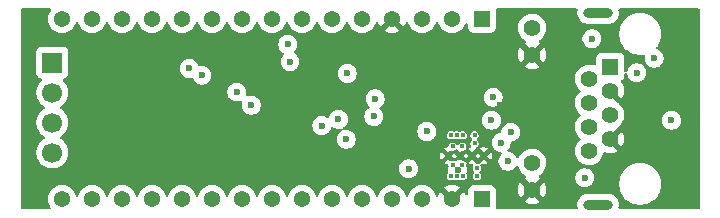
<source format=gbr>
%TF.GenerationSoftware,KiCad,Pcbnew,9.0.1*%
%TF.CreationDate,2025-04-23T21:39:05-04:00*%
%TF.ProjectId,can-nano-shield-rj45,63616e2d-6e61-46e6-9f2d-736869656c64,rev?*%
%TF.SameCoordinates,Original*%
%TF.FileFunction,Copper,L3,Inr*%
%TF.FilePolarity,Positive*%
%FSLAX46Y46*%
G04 Gerber Fmt 4.6, Leading zero omitted, Abs format (unit mm)*
G04 Created by KiCad (PCBNEW 9.0.1) date 2025-04-23 21:39:05*
%MOMM*%
%LPD*%
G01*
G04 APERTURE LIST*
%TA.AperFunction,ComponentPad*%
%ADD10C,0.400000*%
%TD*%
%TA.AperFunction,ComponentPad*%
%ADD11R,1.400000X1.400000*%
%TD*%
%TA.AperFunction,ComponentPad*%
%ADD12C,1.400000*%
%TD*%
%TA.AperFunction,ComponentPad*%
%ADD13O,2.500000X0.800000*%
%TD*%
%TA.AperFunction,ComponentPad*%
%ADD14R,1.370000X1.370000*%
%TD*%
%TA.AperFunction,ComponentPad*%
%ADD15C,1.370000*%
%TD*%
%TA.AperFunction,ComponentPad*%
%ADD16R,1.700000X1.700000*%
%TD*%
%TA.AperFunction,ComponentPad*%
%ADD17C,1.700000*%
%TD*%
%TA.AperFunction,ViaPad*%
%ADD18C,0.600000*%
%TD*%
G04 APERTURE END LIST*
D10*
%TO.N,Net-(U3-SW-Pad5)*%
%TO.C,U3*%
X150780000Y-94530000D03*
X150780000Y-95209000D03*
%TO.N,GND*%
X149560000Y-96260000D03*
X150560000Y-96260000D03*
X151560000Y-96260000D03*
%TO.N,Net-(U3-SW-Pad5)*%
X148920000Y-95480000D03*
X149740000Y-95480000D03*
X148780000Y-94530000D03*
X149280000Y-94530000D03*
X149780000Y-94530000D03*
%TO.N,VCC*%
X148920000Y-97040000D03*
X149740000Y-97040000D03*
X148780000Y-97990000D03*
X149280000Y-97990000D03*
X149780000Y-97990000D03*
%TO.N,/CAN_V+*%
X150980000Y-97310000D03*
X150980000Y-97989000D03*
%TO.N,GND*%
X148560000Y-96260000D03*
%TD*%
D11*
%TO.N,/CAN_H*%
%TO.C,J4*%
X162260000Y-88730000D03*
D12*
%TO.N,/CAN_L*%
X160480000Y-89750000D03*
%TO.N,GND*%
X162260000Y-90770000D03*
%TO.N,/CAN_BINT*%
X160480000Y-91790000D03*
%TO.N,/CAN_ESTOP*%
X162260000Y-92810000D03*
%TO.N,/CAN_SHLD*%
X160480000Y-93830000D03*
%TO.N,GND*%
X162260000Y-94850000D03*
%TO.N,/CAN_V+*%
X160480000Y-95870000D03*
%TO.N,GND*%
X155660000Y-99160000D03*
%TO.N,/LED_PWR*%
X155660000Y-96870000D03*
%TO.N,GND*%
X155660000Y-87730000D03*
%TO.N,/LED_TX*%
X155660000Y-85440000D03*
D13*
%TO.N,N/C*%
X161240000Y-84200000D03*
X161240000Y-100400000D03*
%TD*%
D14*
%TO.N,unconnected-(J2-Pad01)*%
%TO.C,J2*%
X151400000Y-99930000D03*
D15*
%TO.N,GND*%
X148860000Y-99930000D03*
%TO.N,/RST2*%
X146320000Y-99930000D03*
%TO.N,+5V*%
X143780000Y-99930000D03*
%TO.N,/A7*%
X141240000Y-99930000D03*
%TO.N,/A6*%
X138700000Y-99930000D03*
%TO.N,/A5*%
X136160000Y-99930000D03*
%TO.N,/A4*%
X133620000Y-99930000D03*
%TO.N,/A3*%
X131080000Y-99930000D03*
%TO.N,/A2*%
X128540000Y-99930000D03*
%TO.N,/A1*%
X126000000Y-99930000D03*
%TO.N,/A0*%
X123460000Y-99930000D03*
%TO.N,/AREF*%
X120920000Y-99930000D03*
%TO.N,+3V3*%
X118380000Y-99930000D03*
%TO.N,/SCK*%
X115840000Y-99930000D03*
%TD*%
D14*
%TO.N,/D1*%
%TO.C,J1*%
X151405000Y-84700000D03*
D15*
%TO.N,/D0*%
X148865000Y-84700000D03*
%TO.N,/RST1*%
X146325000Y-84700000D03*
%TO.N,GND*%
X143785000Y-84700000D03*
%TO.N,/CAN_INT_DEFAULT*%
X141245000Y-84700000D03*
%TO.N,/CAN_CS_DEFAULT*%
X138705000Y-84700000D03*
%TO.N,/ESTOP*%
X136165000Y-84700000D03*
%TO.N,/D5*%
X133625000Y-84700000D03*
%TO.N,/D6*%
X131085000Y-84700000D03*
%TO.N,/D7*%
X128545000Y-84700000D03*
%TO.N,/D8*%
X126005000Y-84700000D03*
%TO.N,/D9*%
X123465000Y-84700000D03*
%TO.N,/D10*%
X120925000Y-84700000D03*
%TO.N,/MOSI*%
X118385000Y-84700000D03*
%TO.N,/MISO*%
X115845000Y-84700000D03*
%TD*%
D16*
%TO.N,/~{CAN_INT}*%
%TO.C,J3*%
X115025000Y-88375000D03*
D17*
%TO.N,/CAN_CS*%
X115025000Y-90915000D03*
%TO.N,/CAN_RESET*%
X115025000Y-93455000D03*
%TO.N,/SILENT*%
X115025000Y-95995000D03*
%TD*%
D18*
%TO.N,VCC*%
X149335000Y-97460000D03*
%TO.N,GND*%
X148420000Y-89278700D03*
X131375000Y-95100000D03*
X135725000Y-95175000D03*
X143919347Y-87045000D03*
X152931303Y-91943052D03*
X119590000Y-92430000D03*
X150825000Y-90478700D03*
X162290000Y-86230000D03*
X134125000Y-93575000D03*
X116780000Y-91820000D03*
X164370000Y-92030000D03*
%TO.N,/CAN_H*%
X152210000Y-93260000D03*
%TO.N,/CAN_L*%
X152350000Y-91330000D03*
%TO.N,/SILENT*%
X139925000Y-94875000D03*
%TO.N,/CAN_CS*%
X130650000Y-90875000D03*
%TO.N,/~{CAN_INT}*%
X140000000Y-89300000D03*
X126610000Y-88875000D03*
X135150000Y-88300000D03*
%TO.N,/CAN_RESET*%
X131862500Y-91987500D03*
%TO.N,/SCK*%
X127700000Y-89450000D03*
%TO.N,/CAN_TX*%
X137837500Y-93712500D03*
X164501000Y-89230000D03*
%TO.N,/CAN_H_IN*%
X142245000Y-92945000D03*
%TO.N,/CAN_L_IN*%
X142362500Y-91437500D03*
%TO.N,GND*%
X156392831Y-95392831D03*
%TO.N,Net-(Q1-S)*%
X160710000Y-86360000D03*
X165980000Y-88020000D03*
%TO.N,VCC*%
X167448870Y-93277355D03*
X134950000Y-86850000D03*
X160100000Y-98125000D03*
X139250000Y-93175000D03*
X145190000Y-97365000D03*
%TO.N,Net-(U3-FB)*%
X153037500Y-95152500D03*
X146730000Y-94215000D03*
%TO.N,Net-(U3-RT)*%
X153850000Y-94262500D03*
X153600000Y-96740000D03*
%TD*%
%TA.AperFunction,Conductor*%
%TO.N,GND*%
G36*
X114856841Y-83820185D02*
G01*
X114902596Y-83872989D01*
X114912540Y-83942147D01*
X114890120Y-83997386D01*
X114831069Y-84078661D01*
X114746354Y-84244925D01*
X114746352Y-84244928D01*
X114688691Y-84422390D01*
X114688691Y-84422393D01*
X114659500Y-84606699D01*
X114659500Y-84793300D01*
X114688691Y-84977606D01*
X114688691Y-84977609D01*
X114746352Y-85155071D01*
X114746354Y-85155074D01*
X114831069Y-85321338D01*
X114940751Y-85472302D01*
X115072698Y-85604249D01*
X115223662Y-85713931D01*
X115389926Y-85798646D01*
X115389928Y-85798647D01*
X115567391Y-85856308D01*
X115567392Y-85856308D01*
X115567395Y-85856309D01*
X115751699Y-85885500D01*
X115751700Y-85885500D01*
X115938300Y-85885500D01*
X115938301Y-85885500D01*
X116122605Y-85856309D01*
X116122608Y-85856308D01*
X116122609Y-85856308D01*
X116300071Y-85798647D01*
X116300071Y-85798646D01*
X116300074Y-85798646D01*
X116466338Y-85713931D01*
X116617302Y-85604249D01*
X116749249Y-85472302D01*
X116858931Y-85321338D01*
X116943646Y-85155074D01*
X116961378Y-85100500D01*
X116997069Y-84990656D01*
X117036506Y-84932980D01*
X117100865Y-84905782D01*
X117169711Y-84917697D01*
X117221187Y-84964941D01*
X117232931Y-84990656D01*
X117286352Y-85155071D01*
X117286354Y-85155074D01*
X117371069Y-85321338D01*
X117480751Y-85472302D01*
X117612698Y-85604249D01*
X117763662Y-85713931D01*
X117929926Y-85798646D01*
X117929928Y-85798647D01*
X118107391Y-85856308D01*
X118107392Y-85856308D01*
X118107395Y-85856309D01*
X118291699Y-85885500D01*
X118291700Y-85885500D01*
X118478300Y-85885500D01*
X118478301Y-85885500D01*
X118662605Y-85856309D01*
X118662608Y-85856308D01*
X118662609Y-85856308D01*
X118840071Y-85798647D01*
X118840071Y-85798646D01*
X118840074Y-85798646D01*
X119006338Y-85713931D01*
X119157302Y-85604249D01*
X119289249Y-85472302D01*
X119398931Y-85321338D01*
X119483646Y-85155074D01*
X119501378Y-85100500D01*
X119537069Y-84990656D01*
X119576506Y-84932980D01*
X119640865Y-84905782D01*
X119709711Y-84917697D01*
X119761187Y-84964941D01*
X119772931Y-84990656D01*
X119826352Y-85155071D01*
X119826354Y-85155074D01*
X119911069Y-85321338D01*
X120020751Y-85472302D01*
X120152698Y-85604249D01*
X120303662Y-85713931D01*
X120469926Y-85798646D01*
X120469928Y-85798647D01*
X120647391Y-85856308D01*
X120647392Y-85856308D01*
X120647395Y-85856309D01*
X120831699Y-85885500D01*
X120831700Y-85885500D01*
X121018300Y-85885500D01*
X121018301Y-85885500D01*
X121202605Y-85856309D01*
X121202608Y-85856308D01*
X121202609Y-85856308D01*
X121380071Y-85798647D01*
X121380071Y-85798646D01*
X121380074Y-85798646D01*
X121546338Y-85713931D01*
X121697302Y-85604249D01*
X121829249Y-85472302D01*
X121938931Y-85321338D01*
X122023646Y-85155074D01*
X122041378Y-85100500D01*
X122077069Y-84990656D01*
X122116506Y-84932980D01*
X122180865Y-84905782D01*
X122249711Y-84917697D01*
X122301187Y-84964941D01*
X122312931Y-84990656D01*
X122366352Y-85155071D01*
X122366354Y-85155074D01*
X122451069Y-85321338D01*
X122560751Y-85472302D01*
X122692698Y-85604249D01*
X122843662Y-85713931D01*
X123009926Y-85798646D01*
X123009928Y-85798647D01*
X123187391Y-85856308D01*
X123187392Y-85856308D01*
X123187395Y-85856309D01*
X123371699Y-85885500D01*
X123371700Y-85885500D01*
X123558300Y-85885500D01*
X123558301Y-85885500D01*
X123742605Y-85856309D01*
X123742608Y-85856308D01*
X123742609Y-85856308D01*
X123920071Y-85798647D01*
X123920071Y-85798646D01*
X123920074Y-85798646D01*
X124086338Y-85713931D01*
X124237302Y-85604249D01*
X124369249Y-85472302D01*
X124478931Y-85321338D01*
X124563646Y-85155074D01*
X124581378Y-85100500D01*
X124617069Y-84990656D01*
X124656506Y-84932980D01*
X124720865Y-84905782D01*
X124789711Y-84917697D01*
X124841187Y-84964941D01*
X124852931Y-84990656D01*
X124906352Y-85155071D01*
X124906354Y-85155074D01*
X124991069Y-85321338D01*
X125100751Y-85472302D01*
X125232698Y-85604249D01*
X125383662Y-85713931D01*
X125549926Y-85798646D01*
X125549928Y-85798647D01*
X125727391Y-85856308D01*
X125727392Y-85856308D01*
X125727395Y-85856309D01*
X125911699Y-85885500D01*
X125911700Y-85885500D01*
X126098300Y-85885500D01*
X126098301Y-85885500D01*
X126282605Y-85856309D01*
X126282608Y-85856308D01*
X126282609Y-85856308D01*
X126460071Y-85798647D01*
X126460071Y-85798646D01*
X126460074Y-85798646D01*
X126626338Y-85713931D01*
X126777302Y-85604249D01*
X126909249Y-85472302D01*
X127018931Y-85321338D01*
X127103646Y-85155074D01*
X127121378Y-85100500D01*
X127157069Y-84990656D01*
X127196506Y-84932980D01*
X127260865Y-84905782D01*
X127329711Y-84917697D01*
X127381187Y-84964941D01*
X127392931Y-84990656D01*
X127446352Y-85155071D01*
X127446354Y-85155074D01*
X127531069Y-85321338D01*
X127640751Y-85472302D01*
X127772698Y-85604249D01*
X127923662Y-85713931D01*
X128089926Y-85798646D01*
X128089928Y-85798647D01*
X128267391Y-85856308D01*
X128267392Y-85856308D01*
X128267395Y-85856309D01*
X128451699Y-85885500D01*
X128451700Y-85885500D01*
X128638300Y-85885500D01*
X128638301Y-85885500D01*
X128822605Y-85856309D01*
X128822608Y-85856308D01*
X128822609Y-85856308D01*
X129000071Y-85798647D01*
X129000071Y-85798646D01*
X129000074Y-85798646D01*
X129166338Y-85713931D01*
X129317302Y-85604249D01*
X129449249Y-85472302D01*
X129558931Y-85321338D01*
X129643646Y-85155074D01*
X129661378Y-85100500D01*
X129697069Y-84990656D01*
X129736506Y-84932980D01*
X129800865Y-84905782D01*
X129869711Y-84917697D01*
X129921187Y-84964941D01*
X129932931Y-84990656D01*
X129986352Y-85155071D01*
X129986354Y-85155074D01*
X130071069Y-85321338D01*
X130180751Y-85472302D01*
X130312698Y-85604249D01*
X130463662Y-85713931D01*
X130629926Y-85798646D01*
X130629928Y-85798647D01*
X130807391Y-85856308D01*
X130807392Y-85856308D01*
X130807395Y-85856309D01*
X130991699Y-85885500D01*
X130991700Y-85885500D01*
X131178300Y-85885500D01*
X131178301Y-85885500D01*
X131362605Y-85856309D01*
X131362608Y-85856308D01*
X131362609Y-85856308D01*
X131540071Y-85798647D01*
X131540071Y-85798646D01*
X131540074Y-85798646D01*
X131706338Y-85713931D01*
X131857302Y-85604249D01*
X131989249Y-85472302D01*
X132098931Y-85321338D01*
X132183646Y-85155074D01*
X132201378Y-85100500D01*
X132237069Y-84990656D01*
X132276506Y-84932980D01*
X132340865Y-84905782D01*
X132409711Y-84917697D01*
X132461187Y-84964941D01*
X132472931Y-84990656D01*
X132526352Y-85155071D01*
X132526354Y-85155074D01*
X132611069Y-85321338D01*
X132720751Y-85472302D01*
X132852698Y-85604249D01*
X133003662Y-85713931D01*
X133169926Y-85798646D01*
X133169928Y-85798647D01*
X133347391Y-85856308D01*
X133347392Y-85856308D01*
X133347395Y-85856309D01*
X133531699Y-85885500D01*
X133531700Y-85885500D01*
X133718300Y-85885500D01*
X133718301Y-85885500D01*
X133902605Y-85856309D01*
X133902608Y-85856308D01*
X133902609Y-85856308D01*
X134080071Y-85798647D01*
X134080071Y-85798646D01*
X134080074Y-85798646D01*
X134246338Y-85713931D01*
X134397302Y-85604249D01*
X134529249Y-85472302D01*
X134638931Y-85321338D01*
X134723646Y-85155074D01*
X134741378Y-85100500D01*
X134777069Y-84990656D01*
X134816506Y-84932980D01*
X134880865Y-84905782D01*
X134949711Y-84917697D01*
X135001187Y-84964941D01*
X135012931Y-84990656D01*
X135066352Y-85155071D01*
X135066354Y-85155074D01*
X135151069Y-85321338D01*
X135260751Y-85472302D01*
X135392698Y-85604249D01*
X135543662Y-85713931D01*
X135709926Y-85798646D01*
X135709928Y-85798647D01*
X135887391Y-85856308D01*
X135887392Y-85856308D01*
X135887395Y-85856309D01*
X136071699Y-85885500D01*
X136071700Y-85885500D01*
X136258300Y-85885500D01*
X136258301Y-85885500D01*
X136442605Y-85856309D01*
X136442608Y-85856308D01*
X136442609Y-85856308D01*
X136620071Y-85798647D01*
X136620071Y-85798646D01*
X136620074Y-85798646D01*
X136786338Y-85713931D01*
X136937302Y-85604249D01*
X137069249Y-85472302D01*
X137178931Y-85321338D01*
X137263646Y-85155074D01*
X137281378Y-85100500D01*
X137317069Y-84990656D01*
X137356506Y-84932980D01*
X137420865Y-84905782D01*
X137489711Y-84917697D01*
X137541187Y-84964941D01*
X137552931Y-84990656D01*
X137606352Y-85155071D01*
X137606354Y-85155074D01*
X137691069Y-85321338D01*
X137800751Y-85472302D01*
X137932698Y-85604249D01*
X138083662Y-85713931D01*
X138249926Y-85798646D01*
X138249928Y-85798647D01*
X138427391Y-85856308D01*
X138427392Y-85856308D01*
X138427395Y-85856309D01*
X138611699Y-85885500D01*
X138611700Y-85885500D01*
X138798300Y-85885500D01*
X138798301Y-85885500D01*
X138982605Y-85856309D01*
X138982608Y-85856308D01*
X138982609Y-85856308D01*
X139160071Y-85798647D01*
X139160071Y-85798646D01*
X139160074Y-85798646D01*
X139326338Y-85713931D01*
X139477302Y-85604249D01*
X139609249Y-85472302D01*
X139718931Y-85321338D01*
X139803646Y-85155074D01*
X139821378Y-85100500D01*
X139857069Y-84990656D01*
X139896506Y-84932980D01*
X139960865Y-84905782D01*
X140029711Y-84917697D01*
X140081187Y-84964941D01*
X140092931Y-84990656D01*
X140146352Y-85155071D01*
X140146354Y-85155074D01*
X140231069Y-85321338D01*
X140340751Y-85472302D01*
X140472698Y-85604249D01*
X140623662Y-85713931D01*
X140789926Y-85798646D01*
X140789928Y-85798647D01*
X140967391Y-85856308D01*
X140967392Y-85856308D01*
X140967395Y-85856309D01*
X141151699Y-85885500D01*
X141151700Y-85885500D01*
X141338300Y-85885500D01*
X141338301Y-85885500D01*
X141522605Y-85856309D01*
X141522608Y-85856308D01*
X141522609Y-85856308D01*
X141700071Y-85798647D01*
X141700071Y-85798646D01*
X141700074Y-85798646D01*
X141866338Y-85713931D01*
X142017302Y-85604249D01*
X142149249Y-85472302D01*
X142258931Y-85321338D01*
X142343646Y-85155074D01*
X142397332Y-84989845D01*
X142436769Y-84932170D01*
X142501128Y-84904971D01*
X142569974Y-84916885D01*
X142621450Y-84964129D01*
X142633194Y-84989845D01*
X142686819Y-85154884D01*
X142771498Y-85321077D01*
X142787855Y-85343590D01*
X143293871Y-84837574D01*
X143309755Y-84896853D01*
X143376898Y-85013147D01*
X143471853Y-85108102D01*
X143588147Y-85175245D01*
X143647424Y-85191128D01*
X143141408Y-85697143D01*
X143141408Y-85697144D01*
X143163918Y-85713499D01*
X143330115Y-85798180D01*
X143507515Y-85855821D01*
X143691739Y-85885000D01*
X143878261Y-85885000D01*
X144062484Y-85855821D01*
X144239884Y-85798180D01*
X144406075Y-85713502D01*
X144428590Y-85697143D01*
X144428591Y-85697143D01*
X143922575Y-85191127D01*
X143981853Y-85175245D01*
X144098147Y-85108102D01*
X144193102Y-85013147D01*
X144260245Y-84896853D01*
X144276128Y-84837575D01*
X144782143Y-85343591D01*
X144782143Y-85343590D01*
X144798502Y-85321075D01*
X144883180Y-85154884D01*
X144936805Y-84989845D01*
X144976242Y-84932170D01*
X145040601Y-84904971D01*
X145109447Y-84916885D01*
X145160923Y-84964129D01*
X145172667Y-84989845D01*
X145226352Y-85155071D01*
X145226354Y-85155074D01*
X145311069Y-85321338D01*
X145420751Y-85472302D01*
X145552698Y-85604249D01*
X145703662Y-85713931D01*
X145869926Y-85798646D01*
X145869928Y-85798647D01*
X146047391Y-85856308D01*
X146047392Y-85856308D01*
X146047395Y-85856309D01*
X146231699Y-85885500D01*
X146231700Y-85885500D01*
X146418300Y-85885500D01*
X146418301Y-85885500D01*
X146602605Y-85856309D01*
X146602608Y-85856308D01*
X146602609Y-85856308D01*
X146780071Y-85798647D01*
X146780071Y-85798646D01*
X146780074Y-85798646D01*
X146946338Y-85713931D01*
X147097302Y-85604249D01*
X147229249Y-85472302D01*
X147338931Y-85321338D01*
X147423646Y-85155074D01*
X147441378Y-85100500D01*
X147477069Y-84990656D01*
X147516506Y-84932980D01*
X147580865Y-84905782D01*
X147649711Y-84917697D01*
X147701187Y-84964941D01*
X147712931Y-84990656D01*
X147766352Y-85155071D01*
X147766354Y-85155074D01*
X147851069Y-85321338D01*
X147960751Y-85472302D01*
X148092698Y-85604249D01*
X148243662Y-85713931D01*
X148409926Y-85798646D01*
X148409928Y-85798647D01*
X148587391Y-85856308D01*
X148587392Y-85856308D01*
X148587395Y-85856309D01*
X148771699Y-85885500D01*
X148771700Y-85885500D01*
X148958300Y-85885500D01*
X148958301Y-85885500D01*
X149142605Y-85856309D01*
X149142608Y-85856308D01*
X149142609Y-85856308D01*
X149320071Y-85798647D01*
X149320071Y-85798646D01*
X149320074Y-85798646D01*
X149486338Y-85713931D01*
X149637302Y-85604249D01*
X149769249Y-85472302D01*
X149878931Y-85321338D01*
X149963646Y-85155074D01*
X149977569Y-85112221D01*
X150017005Y-85054548D01*
X150081363Y-85027348D01*
X150150210Y-85039262D01*
X150201686Y-85086505D01*
X150219500Y-85150540D01*
X150219500Y-85432869D01*
X150219501Y-85432876D01*
X150225908Y-85492483D01*
X150276202Y-85627328D01*
X150276206Y-85627335D01*
X150362452Y-85742544D01*
X150362455Y-85742547D01*
X150477664Y-85828793D01*
X150477671Y-85828797D01*
X150612517Y-85879091D01*
X150612516Y-85879091D01*
X150619444Y-85879835D01*
X150672127Y-85885500D01*
X152137872Y-85885499D01*
X152197483Y-85879091D01*
X152332331Y-85828796D01*
X152447546Y-85742546D01*
X152533796Y-85627331D01*
X152584091Y-85492483D01*
X152590500Y-85432873D01*
X152590500Y-85345513D01*
X154459500Y-85345513D01*
X154459500Y-85534486D01*
X154489059Y-85721118D01*
X154547454Y-85900836D01*
X154588209Y-85980821D01*
X154633240Y-86069199D01*
X154744310Y-86222073D01*
X154877927Y-86355690D01*
X155030801Y-86466760D01*
X155046567Y-86474793D01*
X155046569Y-86474794D01*
X155097366Y-86522767D01*
X155114163Y-86590588D01*
X155091627Y-86656723D01*
X155046578Y-86695762D01*
X155031061Y-86703669D01*
X155005670Y-86722116D01*
X155005669Y-86722116D01*
X155571415Y-87287861D01*
X155486306Y-87310667D01*
X155383694Y-87369910D01*
X155299910Y-87453694D01*
X155240667Y-87556306D01*
X155217861Y-87641414D01*
X154652116Y-87075669D01*
X154652116Y-87075670D01*
X154633669Y-87101060D01*
X154547914Y-87269362D01*
X154489548Y-87448997D01*
X154460000Y-87635552D01*
X154460000Y-87824447D01*
X154489548Y-88011002D01*
X154547914Y-88190637D01*
X154633666Y-88358933D01*
X154652116Y-88384328D01*
X155217861Y-87818584D01*
X155240667Y-87903694D01*
X155299910Y-88006306D01*
X155383694Y-88090090D01*
X155486306Y-88149333D01*
X155571415Y-88172138D01*
X155005669Y-88737882D01*
X155005670Y-88737883D01*
X155031059Y-88756329D01*
X155199362Y-88842085D01*
X155378997Y-88900451D01*
X155565553Y-88930000D01*
X155754447Y-88930000D01*
X155941002Y-88900451D01*
X156120637Y-88842085D01*
X156288937Y-88756331D01*
X156314328Y-88737883D01*
X156314328Y-88737882D01*
X155748584Y-88172138D01*
X155833694Y-88149333D01*
X155936306Y-88090090D01*
X156020090Y-88006306D01*
X156079333Y-87903694D01*
X156102138Y-87818584D01*
X156667882Y-88384328D01*
X156667883Y-88384328D01*
X156686331Y-88358937D01*
X156772085Y-88190637D01*
X156830451Y-88011002D01*
X156860000Y-87824447D01*
X156860000Y-87635552D01*
X156830451Y-87448997D01*
X156772085Y-87269362D01*
X156686329Y-87101059D01*
X156667883Y-87075670D01*
X156667882Y-87075669D01*
X156102137Y-87641414D01*
X156079333Y-87556306D01*
X156020090Y-87453694D01*
X155936306Y-87369910D01*
X155833694Y-87310667D01*
X155748584Y-87287861D01*
X156314328Y-86722116D01*
X156288932Y-86703665D01*
X156273425Y-86695764D01*
X156222630Y-86647789D01*
X156205836Y-86579967D01*
X156228375Y-86513833D01*
X156273430Y-86474794D01*
X156289199Y-86466760D01*
X156442073Y-86355690D01*
X156516610Y-86281153D01*
X159909500Y-86281153D01*
X159909500Y-86438846D01*
X159940261Y-86593489D01*
X159940264Y-86593501D01*
X160000602Y-86739172D01*
X160000609Y-86739185D01*
X160088210Y-86870288D01*
X160088213Y-86870292D01*
X160199707Y-86981786D01*
X160199711Y-86981789D01*
X160330814Y-87069390D01*
X160330827Y-87069397D01*
X160460670Y-87123179D01*
X160476503Y-87129737D01*
X160631153Y-87160499D01*
X160631156Y-87160500D01*
X160631158Y-87160500D01*
X160788844Y-87160500D01*
X160788845Y-87160499D01*
X160943497Y-87129737D01*
X161089179Y-87069394D01*
X161220289Y-86981789D01*
X161331789Y-86870289D01*
X161419394Y-86739179D01*
X161479737Y-86593497D01*
X161510500Y-86438842D01*
X161510500Y-86281158D01*
X161510500Y-86281155D01*
X161510499Y-86281153D01*
X161479737Y-86126503D01*
X161479735Y-86126498D01*
X161419397Y-85980827D01*
X161419390Y-85980814D01*
X161364364Y-85898462D01*
X161364363Y-85898461D01*
X161350106Y-85877125D01*
X161331789Y-85849711D01*
X161331788Y-85849710D01*
X161331786Y-85849707D01*
X161315713Y-85833634D01*
X163024500Y-85833634D01*
X163024500Y-86066365D01*
X163024501Y-86066382D01*
X163052776Y-86281158D01*
X163054879Y-86297126D01*
X163100332Y-86466760D01*
X163115120Y-86521947D01*
X163204180Y-86736960D01*
X163204188Y-86736976D01*
X163320553Y-86938524D01*
X163320564Y-86938540D01*
X163462242Y-87123179D01*
X163462248Y-87123186D01*
X163626813Y-87287751D01*
X163626820Y-87287757D01*
X163656677Y-87310667D01*
X163811468Y-87429442D01*
X163811475Y-87429446D01*
X164013023Y-87545811D01*
X164013039Y-87545819D01*
X164228052Y-87634879D01*
X164228054Y-87634879D01*
X164228060Y-87634882D01*
X164452874Y-87695121D01*
X164683628Y-87725500D01*
X164683635Y-87725500D01*
X164916365Y-87725500D01*
X164916372Y-87725500D01*
X165059065Y-87706714D01*
X165128100Y-87717479D01*
X165180356Y-87763859D01*
X165199241Y-87831128D01*
X165196867Y-87853844D01*
X165179500Y-87941153D01*
X165179500Y-88098846D01*
X165210261Y-88253489D01*
X165210264Y-88253501D01*
X165270602Y-88399172D01*
X165270609Y-88399185D01*
X165358210Y-88530288D01*
X165358213Y-88530292D01*
X165469707Y-88641786D01*
X165469711Y-88641789D01*
X165600814Y-88729390D01*
X165600827Y-88729397D01*
X165746440Y-88789711D01*
X165746503Y-88789737D01*
X165901153Y-88820499D01*
X165901156Y-88820500D01*
X165901158Y-88820500D01*
X166058844Y-88820500D01*
X166058845Y-88820499D01*
X166213497Y-88789737D01*
X166359179Y-88729394D01*
X166490289Y-88641789D01*
X166601789Y-88530289D01*
X166689394Y-88399179D01*
X166749737Y-88253497D01*
X166780500Y-88098842D01*
X166780500Y-87941158D01*
X166780500Y-87941155D01*
X166780499Y-87941153D01*
X166763132Y-87853844D01*
X166749737Y-87786503D01*
X166726333Y-87730000D01*
X166689397Y-87640827D01*
X166689390Y-87640814D01*
X166601789Y-87509711D01*
X166601786Y-87509707D01*
X166490292Y-87398213D01*
X166490288Y-87398210D01*
X166359185Y-87310609D01*
X166359176Y-87310604D01*
X166231327Y-87257648D01*
X166176924Y-87213807D01*
X166154859Y-87147513D01*
X166172138Y-87079814D01*
X166180404Y-87067601D01*
X166182040Y-87065468D01*
X166279442Y-86938532D01*
X166395815Y-86736969D01*
X166412883Y-86695764D01*
X166484879Y-86521947D01*
X166484878Y-86521947D01*
X166484882Y-86521940D01*
X166545121Y-86297126D01*
X166575500Y-86066372D01*
X166575500Y-85833628D01*
X166545121Y-85602874D01*
X166484882Y-85378060D01*
X166484879Y-85378052D01*
X166395819Y-85163039D01*
X166395811Y-85163023D01*
X166279446Y-84961475D01*
X166279442Y-84961468D01*
X166150403Y-84793301D01*
X166137757Y-84776820D01*
X166137751Y-84776813D01*
X165973186Y-84612248D01*
X165973179Y-84612242D01*
X165788540Y-84470564D01*
X165788538Y-84470562D01*
X165788532Y-84470558D01*
X165788527Y-84470555D01*
X165788524Y-84470553D01*
X165586976Y-84354188D01*
X165586960Y-84354180D01*
X165371947Y-84265120D01*
X165297280Y-84245113D01*
X165147126Y-84204879D01*
X165147125Y-84204878D01*
X165147122Y-84204878D01*
X164916382Y-84174501D01*
X164916377Y-84174500D01*
X164916372Y-84174500D01*
X164683628Y-84174500D01*
X164683622Y-84174500D01*
X164683617Y-84174501D01*
X164452877Y-84204878D01*
X164228052Y-84265120D01*
X164013039Y-84354180D01*
X164013023Y-84354188D01*
X163811475Y-84470553D01*
X163811459Y-84470564D01*
X163626820Y-84612242D01*
X163626813Y-84612248D01*
X163462248Y-84776813D01*
X163462242Y-84776820D01*
X163320564Y-84961459D01*
X163320553Y-84961475D01*
X163204188Y-85163023D01*
X163204180Y-85163039D01*
X163115120Y-85378052D01*
X163054878Y-85602877D01*
X163024501Y-85833617D01*
X163024500Y-85833634D01*
X161315713Y-85833634D01*
X161220292Y-85738213D01*
X161220288Y-85738210D01*
X161089185Y-85650609D01*
X161089172Y-85650602D01*
X160943501Y-85590264D01*
X160943489Y-85590261D01*
X160788845Y-85559500D01*
X160788842Y-85559500D01*
X160631158Y-85559500D01*
X160631155Y-85559500D01*
X160476510Y-85590261D01*
X160476498Y-85590264D01*
X160330827Y-85650602D01*
X160330814Y-85650609D01*
X160199711Y-85738210D01*
X160199707Y-85738213D01*
X160088213Y-85849707D01*
X160088210Y-85849711D01*
X160000609Y-85980814D01*
X160000602Y-85980827D01*
X159940264Y-86126498D01*
X159940261Y-86126510D01*
X159909500Y-86281153D01*
X156516610Y-86281153D01*
X156575690Y-86222073D01*
X156686760Y-86069199D01*
X156772547Y-85900832D01*
X156830940Y-85721118D01*
X156834737Y-85697143D01*
X156860500Y-85534486D01*
X156860500Y-85345513D01*
X156830940Y-85158881D01*
X156788202Y-85027348D01*
X156772547Y-84979168D01*
X156772545Y-84979165D01*
X156772545Y-84979163D01*
X156686759Y-84810800D01*
X156674045Y-84793301D01*
X156575690Y-84657927D01*
X156442073Y-84524310D01*
X156289199Y-84413240D01*
X156281551Y-84409343D01*
X156120836Y-84327454D01*
X155941118Y-84269059D01*
X155754486Y-84239500D01*
X155754481Y-84239500D01*
X155565519Y-84239500D01*
X155565514Y-84239500D01*
X155378881Y-84269059D01*
X155199163Y-84327454D01*
X155030800Y-84413240D01*
X154962783Y-84462658D01*
X154877927Y-84524310D01*
X154877925Y-84524312D01*
X154877924Y-84524312D01*
X154744312Y-84657924D01*
X154744312Y-84657925D01*
X154744310Y-84657927D01*
X154713743Y-84699999D01*
X154633240Y-84810800D01*
X154547454Y-84979163D01*
X154489059Y-85158881D01*
X154459500Y-85345513D01*
X152590500Y-85345513D01*
X152590499Y-84699999D01*
X152590499Y-83967129D01*
X152590499Y-83967128D01*
X152587341Y-83937753D01*
X152599747Y-83868995D01*
X152647358Y-83817858D01*
X152710631Y-83800500D01*
X159400229Y-83800500D01*
X159467268Y-83820185D01*
X159513023Y-83872989D01*
X159522967Y-83942147D01*
X159521846Y-83948691D01*
X159489500Y-84111304D01*
X159489500Y-84288695D01*
X159524103Y-84462658D01*
X159524106Y-84462667D01*
X159591983Y-84626540D01*
X159591990Y-84626553D01*
X159690535Y-84774034D01*
X159690538Y-84774038D01*
X159815961Y-84899461D01*
X159815965Y-84899464D01*
X159963446Y-84998009D01*
X159963459Y-84998016D01*
X160063038Y-85039262D01*
X160127334Y-85065894D01*
X160127336Y-85065894D01*
X160127341Y-85065896D01*
X160301304Y-85100499D01*
X160301307Y-85100500D01*
X160301309Y-85100500D01*
X162178693Y-85100500D01*
X162178694Y-85100499D01*
X162249048Y-85086505D01*
X162352658Y-85065896D01*
X162352661Y-85065894D01*
X162352666Y-85065894D01*
X162516547Y-84998013D01*
X162664035Y-84899464D01*
X162789464Y-84774035D01*
X162888013Y-84626547D01*
X162894493Y-84610904D01*
X162908362Y-84577419D01*
X162955894Y-84462666D01*
X162961225Y-84435869D01*
X162979663Y-84343171D01*
X162990500Y-84288691D01*
X162990500Y-84111309D01*
X162990500Y-84111306D01*
X162990499Y-84111304D01*
X162958154Y-83948691D01*
X162964381Y-83879100D01*
X163007244Y-83823922D01*
X163073134Y-83800678D01*
X163079771Y-83800500D01*
X169725500Y-83800500D01*
X169792539Y-83820185D01*
X169838294Y-83872989D01*
X169849500Y-83924500D01*
X169849500Y-100675500D01*
X169829815Y-100742539D01*
X169777011Y-100788294D01*
X169725500Y-100799500D01*
X163079771Y-100799500D01*
X163012732Y-100779815D01*
X162966977Y-100727011D01*
X162957033Y-100657853D01*
X162958154Y-100651309D01*
X162990499Y-100488695D01*
X162990500Y-100488693D01*
X162990500Y-100311306D01*
X162990499Y-100311304D01*
X162955896Y-100137341D01*
X162955893Y-100137332D01*
X162888016Y-99973459D01*
X162888009Y-99973446D01*
X162789464Y-99825965D01*
X162789461Y-99825961D01*
X162664038Y-99700538D01*
X162664034Y-99700535D01*
X162516553Y-99601990D01*
X162516540Y-99601983D01*
X162352667Y-99534106D01*
X162352658Y-99534103D01*
X162178694Y-99499500D01*
X162178691Y-99499500D01*
X160301309Y-99499500D01*
X160301306Y-99499500D01*
X160127341Y-99534103D01*
X160127332Y-99534106D01*
X159963459Y-99601983D01*
X159963446Y-99601990D01*
X159815965Y-99700535D01*
X159815961Y-99700538D01*
X159690538Y-99825961D01*
X159690535Y-99825965D01*
X159591990Y-99973446D01*
X159591983Y-99973459D01*
X159524106Y-100137332D01*
X159524103Y-100137341D01*
X159489500Y-100311304D01*
X159489500Y-100488695D01*
X159521846Y-100651309D01*
X159515619Y-100720900D01*
X159472756Y-100776078D01*
X159406866Y-100799322D01*
X159400229Y-100799500D01*
X152708857Y-100799500D01*
X152641818Y-100779815D01*
X152596063Y-100727011D01*
X152586209Y-100666228D01*
X152585564Y-100666194D01*
X152585500Y-100666194D01*
X152585500Y-100666190D01*
X152585322Y-100666181D01*
X152585500Y-100662864D01*
X152585500Y-100120623D01*
X152585499Y-99197129D01*
X152585498Y-99197123D01*
X152585497Y-99197116D01*
X152579091Y-99137517D01*
X152528796Y-99002669D01*
X152528795Y-99002668D01*
X152528793Y-99002664D01*
X152442547Y-98887455D01*
X152442544Y-98887452D01*
X152327335Y-98801206D01*
X152327328Y-98801202D01*
X152192482Y-98750908D01*
X152192483Y-98750908D01*
X152132883Y-98744501D01*
X152132881Y-98744500D01*
X152132873Y-98744500D01*
X152132864Y-98744500D01*
X150667129Y-98744500D01*
X150667123Y-98744501D01*
X150607516Y-98750908D01*
X150472671Y-98801202D01*
X150472664Y-98801206D01*
X150357455Y-98887452D01*
X150357452Y-98887455D01*
X150271206Y-99002664D01*
X150271202Y-99002671D01*
X150220908Y-99137517D01*
X150214501Y-99197116D01*
X150214501Y-99197123D01*
X150214500Y-99197135D01*
X150214500Y-99481080D01*
X150194815Y-99548119D01*
X150142011Y-99593874D01*
X150072853Y-99603818D01*
X150009297Y-99574793D01*
X149972569Y-99519398D01*
X149958180Y-99475115D01*
X149873499Y-99308918D01*
X149857144Y-99286408D01*
X149857143Y-99286408D01*
X149351127Y-99792423D01*
X149335245Y-99733147D01*
X149268102Y-99616853D01*
X149173147Y-99521898D01*
X149056853Y-99454755D01*
X148997574Y-99438871D01*
X149503590Y-98932855D01*
X149503590Y-98932854D01*
X149481077Y-98916498D01*
X149314884Y-98831819D01*
X149137484Y-98774178D01*
X148953261Y-98745000D01*
X148766739Y-98745000D01*
X148582515Y-98774178D01*
X148405115Y-98831819D01*
X148238927Y-98916495D01*
X148238923Y-98916498D01*
X148216408Y-98932854D01*
X148216408Y-98932856D01*
X148722425Y-99438871D01*
X148663147Y-99454755D01*
X148546853Y-99521898D01*
X148451898Y-99616853D01*
X148384755Y-99733147D01*
X148368871Y-99792424D01*
X147862855Y-99286408D01*
X147862854Y-99286408D01*
X147846498Y-99308923D01*
X147846495Y-99308927D01*
X147761819Y-99475113D01*
X147708194Y-99640155D01*
X147668756Y-99697830D01*
X147604397Y-99725028D01*
X147535551Y-99713113D01*
X147484075Y-99665869D01*
X147472332Y-99640154D01*
X147418647Y-99474928D01*
X147418645Y-99474925D01*
X147399310Y-99436976D01*
X147333931Y-99308662D01*
X147224249Y-99157698D01*
X147092302Y-99025751D01*
X146941338Y-98916069D01*
X146775074Y-98831354D01*
X146775071Y-98831352D01*
X146597608Y-98773691D01*
X146453759Y-98750908D01*
X146413301Y-98744500D01*
X146226699Y-98744500D01*
X146165264Y-98754230D01*
X146042393Y-98773691D01*
X146042390Y-98773691D01*
X145864928Y-98831352D01*
X145864925Y-98831354D01*
X145698661Y-98916069D01*
X145612531Y-98978646D01*
X145547698Y-99025751D01*
X145547696Y-99025753D01*
X145547695Y-99025753D01*
X145415753Y-99157695D01*
X145415753Y-99157696D01*
X145415751Y-99157698D01*
X145387103Y-99197129D01*
X145306069Y-99308661D01*
X145221354Y-99474925D01*
X145221352Y-99474928D01*
X145167931Y-99639343D01*
X145128493Y-99697019D01*
X145064135Y-99724217D01*
X144995288Y-99712302D01*
X144943813Y-99665058D01*
X144932069Y-99639343D01*
X144878647Y-99474928D01*
X144878645Y-99474925D01*
X144859310Y-99436976D01*
X144793931Y-99308662D01*
X144684249Y-99157698D01*
X144552302Y-99025751D01*
X144401338Y-98916069D01*
X144235074Y-98831354D01*
X144235071Y-98831352D01*
X144057608Y-98773691D01*
X143913759Y-98750908D01*
X143873301Y-98744500D01*
X143686699Y-98744500D01*
X143625264Y-98754230D01*
X143502393Y-98773691D01*
X143502390Y-98773691D01*
X143324928Y-98831352D01*
X143324925Y-98831354D01*
X143158661Y-98916069D01*
X143072531Y-98978646D01*
X143007698Y-99025751D01*
X143007696Y-99025753D01*
X143007695Y-99025753D01*
X142875753Y-99157695D01*
X142875753Y-99157696D01*
X142875751Y-99157698D01*
X142847103Y-99197129D01*
X142766069Y-99308661D01*
X142681354Y-99474925D01*
X142681352Y-99474928D01*
X142627931Y-99639343D01*
X142588493Y-99697019D01*
X142524135Y-99724217D01*
X142455288Y-99712302D01*
X142403813Y-99665058D01*
X142392069Y-99639343D01*
X142338647Y-99474928D01*
X142338645Y-99474925D01*
X142319310Y-99436976D01*
X142253931Y-99308662D01*
X142144249Y-99157698D01*
X142012302Y-99025751D01*
X141861338Y-98916069D01*
X141695074Y-98831354D01*
X141695071Y-98831352D01*
X141517608Y-98773691D01*
X141373759Y-98750908D01*
X141333301Y-98744500D01*
X141146699Y-98744500D01*
X141085264Y-98754230D01*
X140962393Y-98773691D01*
X140962390Y-98773691D01*
X140784928Y-98831352D01*
X140784925Y-98831354D01*
X140618661Y-98916069D01*
X140532531Y-98978646D01*
X140467698Y-99025751D01*
X140467696Y-99025753D01*
X140467695Y-99025753D01*
X140335753Y-99157695D01*
X140335753Y-99157696D01*
X140335751Y-99157698D01*
X140307103Y-99197129D01*
X140226069Y-99308661D01*
X140141354Y-99474925D01*
X140141352Y-99474928D01*
X140087931Y-99639343D01*
X140048493Y-99697019D01*
X139984135Y-99724217D01*
X139915288Y-99712302D01*
X139863813Y-99665058D01*
X139852069Y-99639343D01*
X139798647Y-99474928D01*
X139798645Y-99474925D01*
X139779310Y-99436976D01*
X139713931Y-99308662D01*
X139604249Y-99157698D01*
X139472302Y-99025751D01*
X139321338Y-98916069D01*
X139155074Y-98831354D01*
X139155071Y-98831352D01*
X138977608Y-98773691D01*
X138833759Y-98750908D01*
X138793301Y-98744500D01*
X138606699Y-98744500D01*
X138545264Y-98754230D01*
X138422393Y-98773691D01*
X138422390Y-98773691D01*
X138244928Y-98831352D01*
X138244925Y-98831354D01*
X138078661Y-98916069D01*
X137992531Y-98978646D01*
X137927698Y-99025751D01*
X137927696Y-99025753D01*
X137927695Y-99025753D01*
X137795753Y-99157695D01*
X137795753Y-99157696D01*
X137795751Y-99157698D01*
X137767103Y-99197129D01*
X137686069Y-99308661D01*
X137601354Y-99474925D01*
X137601352Y-99474928D01*
X137547931Y-99639343D01*
X137508493Y-99697019D01*
X137444135Y-99724217D01*
X137375288Y-99712302D01*
X137323813Y-99665058D01*
X137312069Y-99639343D01*
X137258647Y-99474928D01*
X137258645Y-99474925D01*
X137239310Y-99436976D01*
X137173931Y-99308662D01*
X137064249Y-99157698D01*
X136932302Y-99025751D01*
X136781338Y-98916069D01*
X136615074Y-98831354D01*
X136615071Y-98831352D01*
X136437608Y-98773691D01*
X136293759Y-98750908D01*
X136253301Y-98744500D01*
X136066699Y-98744500D01*
X136005264Y-98754230D01*
X135882393Y-98773691D01*
X135882390Y-98773691D01*
X135704928Y-98831352D01*
X135704925Y-98831354D01*
X135538661Y-98916069D01*
X135452531Y-98978646D01*
X135387698Y-99025751D01*
X135387696Y-99025753D01*
X135387695Y-99025753D01*
X135255753Y-99157695D01*
X135255753Y-99157696D01*
X135255751Y-99157698D01*
X135227103Y-99197129D01*
X135146069Y-99308661D01*
X135061354Y-99474925D01*
X135061352Y-99474928D01*
X135007931Y-99639343D01*
X134968493Y-99697019D01*
X134904135Y-99724217D01*
X134835288Y-99712302D01*
X134783813Y-99665058D01*
X134772069Y-99639343D01*
X134718647Y-99474928D01*
X134718645Y-99474925D01*
X134699310Y-99436976D01*
X134633931Y-99308662D01*
X134524249Y-99157698D01*
X134392302Y-99025751D01*
X134241338Y-98916069D01*
X134075074Y-98831354D01*
X134075071Y-98831352D01*
X133897608Y-98773691D01*
X133753759Y-98750908D01*
X133713301Y-98744500D01*
X133526699Y-98744500D01*
X133465264Y-98754230D01*
X133342393Y-98773691D01*
X133342390Y-98773691D01*
X133164928Y-98831352D01*
X133164925Y-98831354D01*
X132998661Y-98916069D01*
X132912531Y-98978646D01*
X132847698Y-99025751D01*
X132847696Y-99025753D01*
X132847695Y-99025753D01*
X132715753Y-99157695D01*
X132715753Y-99157696D01*
X132715751Y-99157698D01*
X132687103Y-99197129D01*
X132606069Y-99308661D01*
X132521354Y-99474925D01*
X132521352Y-99474928D01*
X132467931Y-99639343D01*
X132428493Y-99697019D01*
X132364135Y-99724217D01*
X132295288Y-99712302D01*
X132243813Y-99665058D01*
X132232069Y-99639343D01*
X132178647Y-99474928D01*
X132178645Y-99474925D01*
X132159310Y-99436976D01*
X132093931Y-99308662D01*
X131984249Y-99157698D01*
X131852302Y-99025751D01*
X131701338Y-98916069D01*
X131535074Y-98831354D01*
X131535071Y-98831352D01*
X131357608Y-98773691D01*
X131213759Y-98750908D01*
X131173301Y-98744500D01*
X130986699Y-98744500D01*
X130925264Y-98754230D01*
X130802393Y-98773691D01*
X130802390Y-98773691D01*
X130624928Y-98831352D01*
X130624925Y-98831354D01*
X130458661Y-98916069D01*
X130372531Y-98978646D01*
X130307698Y-99025751D01*
X130307696Y-99025753D01*
X130307695Y-99025753D01*
X130175753Y-99157695D01*
X130175753Y-99157696D01*
X130175751Y-99157698D01*
X130147103Y-99197129D01*
X130066069Y-99308661D01*
X129981354Y-99474925D01*
X129981352Y-99474928D01*
X129927931Y-99639343D01*
X129888493Y-99697019D01*
X129824135Y-99724217D01*
X129755288Y-99712302D01*
X129703813Y-99665058D01*
X129692069Y-99639343D01*
X129638647Y-99474928D01*
X129638645Y-99474925D01*
X129619310Y-99436976D01*
X129553931Y-99308662D01*
X129444249Y-99157698D01*
X129312302Y-99025751D01*
X129161338Y-98916069D01*
X128995074Y-98831354D01*
X128995071Y-98831352D01*
X128817608Y-98773691D01*
X128673759Y-98750908D01*
X128633301Y-98744500D01*
X128446699Y-98744500D01*
X128385264Y-98754230D01*
X128262393Y-98773691D01*
X128262390Y-98773691D01*
X128084928Y-98831352D01*
X128084925Y-98831354D01*
X127918661Y-98916069D01*
X127832531Y-98978646D01*
X127767698Y-99025751D01*
X127767696Y-99025753D01*
X127767695Y-99025753D01*
X127635753Y-99157695D01*
X127635753Y-99157696D01*
X127635751Y-99157698D01*
X127607103Y-99197129D01*
X127526069Y-99308661D01*
X127441354Y-99474925D01*
X127441352Y-99474928D01*
X127387931Y-99639343D01*
X127348493Y-99697019D01*
X127284135Y-99724217D01*
X127215288Y-99712302D01*
X127163813Y-99665058D01*
X127152069Y-99639343D01*
X127098647Y-99474928D01*
X127098645Y-99474925D01*
X127079310Y-99436976D01*
X127013931Y-99308662D01*
X126904249Y-99157698D01*
X126772302Y-99025751D01*
X126621338Y-98916069D01*
X126455074Y-98831354D01*
X126455071Y-98831352D01*
X126277608Y-98773691D01*
X126133759Y-98750908D01*
X126093301Y-98744500D01*
X125906699Y-98744500D01*
X125845264Y-98754230D01*
X125722393Y-98773691D01*
X125722390Y-98773691D01*
X125544928Y-98831352D01*
X125544925Y-98831354D01*
X125378661Y-98916069D01*
X125292531Y-98978646D01*
X125227698Y-99025751D01*
X125227696Y-99025753D01*
X125227695Y-99025753D01*
X125095753Y-99157695D01*
X125095753Y-99157696D01*
X125095751Y-99157698D01*
X125067103Y-99197129D01*
X124986069Y-99308661D01*
X124901354Y-99474925D01*
X124901352Y-99474928D01*
X124847931Y-99639343D01*
X124808493Y-99697019D01*
X124744135Y-99724217D01*
X124675288Y-99712302D01*
X124623813Y-99665058D01*
X124612069Y-99639343D01*
X124558647Y-99474928D01*
X124558645Y-99474925D01*
X124539310Y-99436976D01*
X124473931Y-99308662D01*
X124364249Y-99157698D01*
X124232302Y-99025751D01*
X124081338Y-98916069D01*
X123915074Y-98831354D01*
X123915071Y-98831352D01*
X123737608Y-98773691D01*
X123593759Y-98750908D01*
X123553301Y-98744500D01*
X123366699Y-98744500D01*
X123305264Y-98754230D01*
X123182393Y-98773691D01*
X123182390Y-98773691D01*
X123004928Y-98831352D01*
X123004925Y-98831354D01*
X122838661Y-98916069D01*
X122752531Y-98978646D01*
X122687698Y-99025751D01*
X122687696Y-99025753D01*
X122687695Y-99025753D01*
X122555753Y-99157695D01*
X122555753Y-99157696D01*
X122555751Y-99157698D01*
X122527103Y-99197129D01*
X122446069Y-99308661D01*
X122361354Y-99474925D01*
X122361352Y-99474928D01*
X122307931Y-99639343D01*
X122268493Y-99697019D01*
X122204135Y-99724217D01*
X122135288Y-99712302D01*
X122083813Y-99665058D01*
X122072069Y-99639343D01*
X122018647Y-99474928D01*
X122018645Y-99474925D01*
X121999310Y-99436976D01*
X121933931Y-99308662D01*
X121824249Y-99157698D01*
X121692302Y-99025751D01*
X121541338Y-98916069D01*
X121375074Y-98831354D01*
X121375071Y-98831352D01*
X121197608Y-98773691D01*
X121053759Y-98750908D01*
X121013301Y-98744500D01*
X120826699Y-98744500D01*
X120765264Y-98754230D01*
X120642393Y-98773691D01*
X120642390Y-98773691D01*
X120464928Y-98831352D01*
X120464925Y-98831354D01*
X120298661Y-98916069D01*
X120212531Y-98978646D01*
X120147698Y-99025751D01*
X120147696Y-99025753D01*
X120147695Y-99025753D01*
X120015753Y-99157695D01*
X120015753Y-99157696D01*
X120015751Y-99157698D01*
X119987103Y-99197129D01*
X119906069Y-99308661D01*
X119821354Y-99474925D01*
X119821352Y-99474928D01*
X119767931Y-99639343D01*
X119728493Y-99697019D01*
X119664135Y-99724217D01*
X119595288Y-99712302D01*
X119543813Y-99665058D01*
X119532069Y-99639343D01*
X119478647Y-99474928D01*
X119478645Y-99474925D01*
X119459310Y-99436976D01*
X119393931Y-99308662D01*
X119284249Y-99157698D01*
X119152302Y-99025751D01*
X119001338Y-98916069D01*
X118835074Y-98831354D01*
X118835071Y-98831352D01*
X118657608Y-98773691D01*
X118513759Y-98750908D01*
X118473301Y-98744500D01*
X118286699Y-98744500D01*
X118225264Y-98754230D01*
X118102393Y-98773691D01*
X118102390Y-98773691D01*
X117924928Y-98831352D01*
X117924925Y-98831354D01*
X117758661Y-98916069D01*
X117672531Y-98978646D01*
X117607698Y-99025751D01*
X117607696Y-99025753D01*
X117607695Y-99025753D01*
X117475753Y-99157695D01*
X117475753Y-99157696D01*
X117475751Y-99157698D01*
X117447103Y-99197129D01*
X117366069Y-99308661D01*
X117281354Y-99474925D01*
X117281352Y-99474928D01*
X117227931Y-99639343D01*
X117188493Y-99697019D01*
X117124135Y-99724217D01*
X117055288Y-99712302D01*
X117003813Y-99665058D01*
X116992069Y-99639343D01*
X116938647Y-99474928D01*
X116938645Y-99474925D01*
X116919310Y-99436976D01*
X116853931Y-99308662D01*
X116744249Y-99157698D01*
X116612302Y-99025751D01*
X116461338Y-98916069D01*
X116295074Y-98831354D01*
X116295071Y-98831352D01*
X116117608Y-98773691D01*
X115973759Y-98750908D01*
X115933301Y-98744500D01*
X115746699Y-98744500D01*
X115685264Y-98754230D01*
X115562393Y-98773691D01*
X115562390Y-98773691D01*
X115384928Y-98831352D01*
X115384925Y-98831354D01*
X115218661Y-98916069D01*
X115132531Y-98978646D01*
X115067698Y-99025751D01*
X115067696Y-99025753D01*
X115067695Y-99025753D01*
X114935753Y-99157695D01*
X114935753Y-99157696D01*
X114935751Y-99157698D01*
X114907103Y-99197129D01*
X114826069Y-99308661D01*
X114741354Y-99474925D01*
X114741352Y-99474928D01*
X114683691Y-99652390D01*
X114683691Y-99652393D01*
X114654500Y-99836699D01*
X114654500Y-100023300D01*
X114683691Y-100207606D01*
X114683691Y-100207609D01*
X114741352Y-100385071D01*
X114741354Y-100385074D01*
X114826071Y-100551342D01*
X114863323Y-100602614D01*
X114886804Y-100668420D01*
X114870979Y-100736474D01*
X114820874Y-100785169D01*
X114763006Y-100799500D01*
X112474500Y-100799500D01*
X112407461Y-100779815D01*
X112361706Y-100727011D01*
X112350500Y-100675500D01*
X112350500Y-87477135D01*
X113674500Y-87477135D01*
X113674500Y-89272870D01*
X113674501Y-89272876D01*
X113680908Y-89332483D01*
X113731202Y-89467328D01*
X113731206Y-89467335D01*
X113817452Y-89582544D01*
X113817455Y-89582547D01*
X113932664Y-89668793D01*
X113932671Y-89668797D01*
X114064082Y-89717810D01*
X114120016Y-89759681D01*
X114144433Y-89825145D01*
X114129582Y-89893418D01*
X114108431Y-89921673D01*
X113994889Y-90035215D01*
X113869951Y-90207179D01*
X113773444Y-90396585D01*
X113707753Y-90598760D01*
X113674500Y-90808712D01*
X113674500Y-90808713D01*
X113674500Y-91021287D01*
X113680365Y-91058314D01*
X113705618Y-91217761D01*
X113707754Y-91231243D01*
X113770491Y-91424328D01*
X113773444Y-91433414D01*
X113869951Y-91622820D01*
X113994890Y-91794786D01*
X114145213Y-91945109D01*
X114317182Y-92070050D01*
X114325946Y-92074516D01*
X114376742Y-92122491D01*
X114393536Y-92190312D01*
X114370998Y-92256447D01*
X114325946Y-92295484D01*
X114317182Y-92299949D01*
X114145213Y-92424890D01*
X113994890Y-92575213D01*
X113869951Y-92747179D01*
X113773444Y-92936585D01*
X113707753Y-93138760D01*
X113678387Y-93324172D01*
X113674500Y-93348713D01*
X113674500Y-93561287D01*
X113679376Y-93592073D01*
X113707602Y-93770288D01*
X113707754Y-93771243D01*
X113772138Y-93969397D01*
X113773444Y-93973414D01*
X113869951Y-94162820D01*
X113994890Y-94334786D01*
X114145213Y-94485109D01*
X114317182Y-94610050D01*
X114325946Y-94614516D01*
X114376742Y-94662491D01*
X114393536Y-94730312D01*
X114370998Y-94796447D01*
X114325946Y-94835484D01*
X114317182Y-94839949D01*
X114145213Y-94964890D01*
X113994890Y-95115213D01*
X113869951Y-95287179D01*
X113773444Y-95476585D01*
X113707753Y-95678760D01*
X113674500Y-95888713D01*
X113674500Y-96101286D01*
X113704363Y-96289837D01*
X113707754Y-96311243D01*
X113771200Y-96506510D01*
X113773444Y-96513414D01*
X113869951Y-96702820D01*
X113994890Y-96874786D01*
X114145213Y-97025109D01*
X114317179Y-97150048D01*
X114317181Y-97150049D01*
X114317184Y-97150051D01*
X114506588Y-97246557D01*
X114708757Y-97312246D01*
X114918713Y-97345500D01*
X114918714Y-97345500D01*
X115131286Y-97345500D01*
X115131287Y-97345500D01*
X115341243Y-97312246D01*
X115421549Y-97286153D01*
X144389500Y-97286153D01*
X144389500Y-97443846D01*
X144420261Y-97598489D01*
X144420264Y-97598501D01*
X144480602Y-97744172D01*
X144480609Y-97744185D01*
X144568210Y-97875288D01*
X144568213Y-97875292D01*
X144679707Y-97986786D01*
X144679711Y-97986789D01*
X144810814Y-98074390D01*
X144810827Y-98074397D01*
X144956498Y-98134735D01*
X144956503Y-98134737D01*
X145043873Y-98152116D01*
X145111153Y-98165499D01*
X145111156Y-98165500D01*
X145111158Y-98165500D01*
X145268844Y-98165500D01*
X145268845Y-98165499D01*
X145423497Y-98134737D01*
X145539414Y-98086723D01*
X145569172Y-98074397D01*
X145569172Y-98074396D01*
X145569179Y-98074394D01*
X145700289Y-97986789D01*
X145811789Y-97875289D01*
X145899394Y-97744179D01*
X145959737Y-97598497D01*
X145990500Y-97443842D01*
X145990500Y-97286158D01*
X145990500Y-97286155D01*
X145990499Y-97286153D01*
X145983366Y-97250292D01*
X145959737Y-97131503D01*
X145928065Y-97055039D01*
X145899397Y-96985827D01*
X145899390Y-96985814D01*
X145827324Y-96877961D01*
X148224880Y-96877961D01*
X148224880Y-96877962D01*
X148228429Y-96880334D01*
X148355813Y-96933097D01*
X148355825Y-96933100D01*
X148469691Y-96955750D01*
X148531602Y-96988135D01*
X148566176Y-97048850D01*
X148567473Y-97055039D01*
X148569500Y-97066112D01*
X148569500Y-97086144D01*
X148581073Y-97129337D01*
X148581976Y-97134267D01*
X148578832Y-97164229D01*
X148578115Y-97194352D01*
X148574690Y-97203702D01*
X148574685Y-97203755D01*
X148574659Y-97203786D01*
X148574565Y-97204045D01*
X148565263Y-97226502D01*
X148565260Y-97226511D01*
X148534500Y-97381153D01*
X148534500Y-97538846D01*
X148554913Y-97641469D01*
X148548686Y-97711060D01*
X148520979Y-97753340D01*
X148499531Y-97774788D01*
X148499526Y-97774794D01*
X148453388Y-97854706D01*
X148453387Y-97854709D01*
X148453386Y-97854711D01*
X148453386Y-97854712D01*
X148429500Y-97943856D01*
X148429500Y-98036144D01*
X148453119Y-98124293D01*
X148453387Y-98125290D01*
X148453388Y-98125293D01*
X148499526Y-98205205D01*
X148499529Y-98205209D01*
X148499531Y-98205212D01*
X148564788Y-98270469D01*
X148564791Y-98270470D01*
X148564794Y-98270473D01*
X148644706Y-98316611D01*
X148644707Y-98316611D01*
X148644712Y-98316614D01*
X148733856Y-98340500D01*
X148733858Y-98340500D01*
X148826142Y-98340500D01*
X148826144Y-98340500D01*
X148915288Y-98316614D01*
X148915292Y-98316612D01*
X148939086Y-98302874D01*
X148967998Y-98286180D01*
X149035898Y-98269707D01*
X149092000Y-98286180D01*
X149107397Y-98295069D01*
X149144709Y-98316613D01*
X149144711Y-98316613D01*
X149144712Y-98316614D01*
X149233856Y-98340500D01*
X149233858Y-98340500D01*
X149326142Y-98340500D01*
X149326144Y-98340500D01*
X149415288Y-98316614D01*
X149415292Y-98316612D01*
X149439086Y-98302874D01*
X149467998Y-98286180D01*
X149535898Y-98269707D01*
X149592000Y-98286180D01*
X149607397Y-98295069D01*
X149644709Y-98316613D01*
X149644711Y-98316613D01*
X149644712Y-98316614D01*
X149733856Y-98340500D01*
X149733858Y-98340500D01*
X149826142Y-98340500D01*
X149826144Y-98340500D01*
X149915288Y-98316614D01*
X149995212Y-98270469D01*
X150060469Y-98205212D01*
X150106614Y-98125288D01*
X150130500Y-98036144D01*
X150130500Y-97943856D01*
X150106614Y-97854712D01*
X150097215Y-97838433D01*
X150080740Y-97770536D01*
X150090039Y-97728980D01*
X150104737Y-97693497D01*
X150135500Y-97538842D01*
X150135500Y-97381158D01*
X150135500Y-97381155D01*
X150135499Y-97381153D01*
X150121792Y-97312244D01*
X150104737Y-97226503D01*
X150089362Y-97189387D01*
X150080313Y-97132117D01*
X150081211Y-97120808D01*
X150090500Y-97086144D01*
X150090500Y-97003859D01*
X150090889Y-96998962D01*
X150101673Y-96970728D01*
X150110185Y-96941741D01*
X150114012Y-96938424D01*
X150115820Y-96933692D01*
X150140157Y-96915769D01*
X150151279Y-96906131D01*
X150098005Y-96902322D01*
X150082336Y-96890592D01*
X150198305Y-96890592D01*
X150202238Y-96890342D01*
X150232147Y-96886042D01*
X150239241Y-96887988D01*
X150241810Y-96887825D01*
X150244888Y-96889537D01*
X150261952Y-96894219D01*
X150355813Y-96933097D01*
X150355823Y-96933100D01*
X150491053Y-96960000D01*
X150562576Y-96960000D01*
X150629615Y-96979685D01*
X150675370Y-97032489D01*
X150685314Y-97101647D01*
X150669962Y-97146002D01*
X150653386Y-97174709D01*
X150633135Y-97250289D01*
X150629500Y-97263856D01*
X150629500Y-97356144D01*
X150652999Y-97443844D01*
X150653387Y-97445290D01*
X150653388Y-97445293D01*
X150699526Y-97525205D01*
X150699533Y-97525214D01*
X150736138Y-97561819D01*
X150769623Y-97623142D01*
X150764639Y-97692834D01*
X150736138Y-97737181D01*
X150699533Y-97773785D01*
X150699526Y-97773794D01*
X150653388Y-97853706D01*
X150653387Y-97853709D01*
X150653386Y-97853711D01*
X150653386Y-97853712D01*
X150629500Y-97942856D01*
X150629500Y-98035144D01*
X150652674Y-98121632D01*
X150653387Y-98124290D01*
X150653388Y-98124293D01*
X150699526Y-98204205D01*
X150699529Y-98204209D01*
X150699531Y-98204212D01*
X150764788Y-98269469D01*
X150764791Y-98269470D01*
X150764794Y-98269473D01*
X150844706Y-98315611D01*
X150844707Y-98315611D01*
X150844712Y-98315614D01*
X150933856Y-98339500D01*
X150933858Y-98339500D01*
X151026142Y-98339500D01*
X151026144Y-98339500D01*
X151115288Y-98315614D01*
X151195212Y-98269469D01*
X151260469Y-98204212D01*
X151306614Y-98124288D01*
X151330500Y-98035144D01*
X151330500Y-97942856D01*
X151306614Y-97853712D01*
X151306611Y-97853706D01*
X151260473Y-97773794D01*
X151260470Y-97773791D01*
X151260469Y-97773788D01*
X151223862Y-97737181D01*
X151190377Y-97675858D01*
X151195361Y-97606166D01*
X151223862Y-97561819D01*
X151260469Y-97525212D01*
X151306614Y-97445288D01*
X151330500Y-97356144D01*
X151330500Y-97263856D01*
X151306614Y-97174712D01*
X151306611Y-97174706D01*
X151279474Y-97127704D01*
X151263000Y-97059804D01*
X151285852Y-96993777D01*
X151340772Y-96950586D01*
X151410326Y-96943944D01*
X151411052Y-96944086D01*
X151491053Y-96960000D01*
X151628946Y-96960000D01*
X151764176Y-96933100D01*
X151764186Y-96933097D01*
X151891570Y-96880334D01*
X151891572Y-96880332D01*
X151895119Y-96877961D01*
X151560001Y-96542842D01*
X151560000Y-96542842D01*
X151214622Y-96888219D01*
X151214432Y-96891678D01*
X151209502Y-96898494D01*
X151207934Y-96906759D01*
X151189332Y-96926381D01*
X151173486Y-96948292D01*
X151165653Y-96951361D01*
X151159866Y-96957466D01*
X151133609Y-96963916D01*
X151108432Y-96973782D01*
X151097378Y-96972818D01*
X151092014Y-96974136D01*
X151073191Y-96971843D01*
X151069295Y-96971062D01*
X151026144Y-96959500D01*
X151011594Y-96959500D01*
X150999532Y-96957083D01*
X150979049Y-96946331D01*
X150956856Y-96939815D01*
X150948698Y-96930400D01*
X150937667Y-96924610D01*
X150932283Y-96915125D01*
X150560001Y-96542842D01*
X150560000Y-96542842D01*
X150229020Y-96873821D01*
X150198305Y-96890592D01*
X150082336Y-96890592D01*
X150042072Y-96860450D01*
X150033953Y-96848142D01*
X150029929Y-96841173D01*
X150020469Y-96824788D01*
X149955212Y-96759531D01*
X149955209Y-96759529D01*
X149955205Y-96759526D01*
X149875293Y-96713388D01*
X149875290Y-96713387D01*
X149875289Y-96713386D01*
X149875288Y-96713386D01*
X149786144Y-96689500D01*
X149758020Y-96689500D01*
X149690981Y-96669815D01*
X149670338Y-96653181D01*
X149560000Y-96542842D01*
X149479660Y-96623182D01*
X149418337Y-96656666D01*
X149391979Y-96659500D01*
X149256158Y-96659500D01*
X149184592Y-96673735D01*
X149180447Y-96673364D01*
X149169234Y-96675802D01*
X148981813Y-96689185D01*
X148972981Y-96689500D01*
X148873854Y-96689500D01*
X148811140Y-96706304D01*
X148741290Y-96704641D01*
X148691366Y-96674210D01*
X148560000Y-96542842D01*
X148224880Y-96877961D01*
X145827324Y-96877961D01*
X145811789Y-96854711D01*
X145811786Y-96854707D01*
X145700292Y-96743213D01*
X145700288Y-96743210D01*
X145569185Y-96655609D01*
X145569172Y-96655602D01*
X145423501Y-96595264D01*
X145423489Y-96595261D01*
X145268845Y-96564500D01*
X145268842Y-96564500D01*
X145111158Y-96564500D01*
X145111155Y-96564500D01*
X144956510Y-96595261D01*
X144956498Y-96595264D01*
X144810827Y-96655602D01*
X144810814Y-96655609D01*
X144679711Y-96743210D01*
X144679707Y-96743213D01*
X144568213Y-96854707D01*
X144568210Y-96854711D01*
X144480609Y-96985814D01*
X144480602Y-96985827D01*
X144420264Y-97131498D01*
X144420261Y-97131510D01*
X144389500Y-97286153D01*
X115421549Y-97286153D01*
X115543412Y-97246557D01*
X115732816Y-97150051D01*
X115820777Y-97086144D01*
X115904786Y-97025109D01*
X115904788Y-97025106D01*
X115904792Y-97025104D01*
X116055104Y-96874792D01*
X116055106Y-96874788D01*
X116055109Y-96874786D01*
X116180048Y-96702820D01*
X116180047Y-96702820D01*
X116180051Y-96702816D01*
X116276557Y-96513412D01*
X116336494Y-96328946D01*
X147859999Y-96328946D01*
X147886899Y-96464176D01*
X147886901Y-96464182D01*
X147939668Y-96591573D01*
X147939668Y-96591574D01*
X147942037Y-96595119D01*
X148277157Y-96260000D01*
X148247320Y-96230163D01*
X148410000Y-96230163D01*
X148410000Y-96289837D01*
X148432836Y-96344968D01*
X148475032Y-96387164D01*
X148530163Y-96410000D01*
X148589837Y-96410000D01*
X148644968Y-96387164D01*
X148687164Y-96344968D01*
X148710000Y-96289837D01*
X148710000Y-96259999D01*
X148842842Y-96259999D01*
X149020625Y-96437782D01*
X149105430Y-96431726D01*
X149277157Y-96260000D01*
X149247320Y-96230163D01*
X149410000Y-96230163D01*
X149410000Y-96289837D01*
X149432836Y-96344968D01*
X149475032Y-96387164D01*
X149530163Y-96410000D01*
X149589837Y-96410000D01*
X149644968Y-96387164D01*
X149687164Y-96344968D01*
X149710000Y-96289837D01*
X149710000Y-96259999D01*
X149842842Y-96259999D01*
X150060000Y-96477157D01*
X150277157Y-96260001D01*
X150277157Y-96260000D01*
X150247320Y-96230163D01*
X150410000Y-96230163D01*
X150410000Y-96289837D01*
X150432836Y-96344968D01*
X150475032Y-96387164D01*
X150530163Y-96410000D01*
X150589837Y-96410000D01*
X150644968Y-96387164D01*
X150687164Y-96344968D01*
X150710000Y-96289837D01*
X150710000Y-96259999D01*
X150842842Y-96259999D01*
X151060000Y-96477157D01*
X151277157Y-96260001D01*
X151277157Y-96260000D01*
X151247320Y-96230163D01*
X151410000Y-96230163D01*
X151410000Y-96289837D01*
X151432836Y-96344968D01*
X151475032Y-96387164D01*
X151530163Y-96410000D01*
X151589837Y-96410000D01*
X151644968Y-96387164D01*
X151687164Y-96344968D01*
X151710000Y-96289837D01*
X151710000Y-96260000D01*
X151842842Y-96260000D01*
X152177961Y-96595119D01*
X152180332Y-96591572D01*
X152180334Y-96591570D01*
X152233097Y-96464186D01*
X152233100Y-96464176D01*
X152260000Y-96328946D01*
X152260000Y-96191053D01*
X152233100Y-96055823D01*
X152233097Y-96055813D01*
X152180334Y-95928429D01*
X152177961Y-95924880D01*
X151842842Y-96260000D01*
X151710000Y-96260000D01*
X151710000Y-96230163D01*
X151687164Y-96175032D01*
X151644968Y-96132836D01*
X151589837Y-96110000D01*
X151530163Y-96110000D01*
X151475032Y-96132836D01*
X151432836Y-96175032D01*
X151410000Y-96230163D01*
X151247320Y-96230163D01*
X151060000Y-96042842D01*
X150842842Y-96259999D01*
X150710000Y-96259999D01*
X150710000Y-96230163D01*
X150687164Y-96175032D01*
X150644968Y-96132836D01*
X150589837Y-96110000D01*
X150530163Y-96110000D01*
X150475032Y-96132836D01*
X150432836Y-96175032D01*
X150410000Y-96230163D01*
X150247320Y-96230163D01*
X150060000Y-96042842D01*
X149842842Y-96259999D01*
X149710000Y-96259999D01*
X149710000Y-96230163D01*
X149687164Y-96175032D01*
X149644968Y-96132836D01*
X149589837Y-96110000D01*
X149530163Y-96110000D01*
X149475032Y-96132836D01*
X149432836Y-96175032D01*
X149410000Y-96230163D01*
X149247320Y-96230163D01*
X149059999Y-96042842D01*
X148842842Y-96259999D01*
X148710000Y-96259999D01*
X148710000Y-96230163D01*
X148687164Y-96175032D01*
X148644968Y-96132836D01*
X148589837Y-96110000D01*
X148530163Y-96110000D01*
X148475032Y-96132836D01*
X148432836Y-96175032D01*
X148410000Y-96230163D01*
X148247320Y-96230163D01*
X147942037Y-95924880D01*
X147942036Y-95924880D01*
X147939667Y-95928427D01*
X147939666Y-95928428D01*
X147886902Y-96055813D01*
X147886899Y-96055823D01*
X147860000Y-96191053D01*
X147860000Y-96328946D01*
X147859999Y-96328946D01*
X116336494Y-96328946D01*
X116342246Y-96311243D01*
X116375500Y-96101287D01*
X116375500Y-95888713D01*
X116342246Y-95678757D01*
X116276557Y-95476588D01*
X116180051Y-95287184D01*
X116180049Y-95287181D01*
X116180048Y-95287179D01*
X116055109Y-95115213D01*
X115904786Y-94964890D01*
X115732820Y-94839951D01*
X115726608Y-94836786D01*
X115724054Y-94835485D01*
X115673259Y-94787512D01*
X115656463Y-94719692D01*
X115678999Y-94653556D01*
X115724054Y-94614515D01*
X115732816Y-94610051D01*
X115779488Y-94576142D01*
X115904786Y-94485109D01*
X115904788Y-94485106D01*
X115904792Y-94485104D01*
X116055104Y-94334792D01*
X116055106Y-94334788D01*
X116055109Y-94334786D01*
X116180048Y-94162820D01*
X116180047Y-94162820D01*
X116180051Y-94162816D01*
X116276557Y-93973412D01*
X116342246Y-93771243D01*
X116363164Y-93639172D01*
X116364038Y-93633653D01*
X137037000Y-93633653D01*
X137037000Y-93791346D01*
X137067761Y-93945989D01*
X137067764Y-93946001D01*
X137128102Y-94091672D01*
X137128109Y-94091685D01*
X137215710Y-94222788D01*
X137215713Y-94222792D01*
X137327207Y-94334286D01*
X137327211Y-94334289D01*
X137458314Y-94421890D01*
X137458327Y-94421897D01*
X137603998Y-94482235D01*
X137604003Y-94482237D01*
X137758653Y-94512999D01*
X137758656Y-94513000D01*
X137758658Y-94513000D01*
X137916344Y-94513000D01*
X137916345Y-94512999D01*
X138070997Y-94482237D01*
X138216679Y-94421894D01*
X138347789Y-94334289D01*
X138459289Y-94222789D01*
X138546894Y-94091679D01*
X138552621Y-94077854D01*
X138593178Y-93979938D01*
X138607237Y-93945997D01*
X138612771Y-93918174D01*
X138645154Y-93856265D01*
X138705869Y-93821690D01*
X138775639Y-93825429D01*
X138803280Y-93839264D01*
X138870821Y-93884394D01*
X138870823Y-93884395D01*
X138870827Y-93884397D01*
X138962931Y-93922547D01*
X139016503Y-93944737D01*
X139160661Y-93973412D01*
X139171153Y-93975499D01*
X139171156Y-93975500D01*
X139171158Y-93975500D01*
X139328843Y-93975500D01*
X139369072Y-93967497D01*
X139431494Y-93955081D01*
X139501084Y-93961308D01*
X139556262Y-94004170D01*
X139579507Y-94070060D01*
X139563440Y-94138057D01*
X139524576Y-94179800D01*
X139414711Y-94253210D01*
X139414707Y-94253213D01*
X139303213Y-94364707D01*
X139303210Y-94364711D01*
X139215609Y-94495814D01*
X139215602Y-94495827D01*
X139155264Y-94641498D01*
X139155261Y-94641510D01*
X139124500Y-94796153D01*
X139124500Y-94953846D01*
X139155261Y-95108489D01*
X139155264Y-95108501D01*
X139215602Y-95254172D01*
X139215609Y-95254185D01*
X139303210Y-95385288D01*
X139303213Y-95385292D01*
X139414707Y-95496786D01*
X139414711Y-95496789D01*
X139545814Y-95584390D01*
X139545827Y-95584397D01*
X139691498Y-95644735D01*
X139691503Y-95644737D01*
X139846153Y-95675499D01*
X139846156Y-95675500D01*
X139846158Y-95675500D01*
X140003844Y-95675500D01*
X140003845Y-95675499D01*
X140158497Y-95644737D01*
X140165018Y-95642036D01*
X148224880Y-95642036D01*
X148224880Y-95642037D01*
X148559999Y-95977156D01*
X148691366Y-95845789D01*
X148752689Y-95812304D01*
X148792416Y-95810193D01*
X148801912Y-95811222D01*
X148873856Y-95830500D01*
X148966144Y-95830500D01*
X148970044Y-95829454D01*
X148986348Y-95831223D01*
X149012610Y-95842129D01*
X149014661Y-95837639D01*
X149049366Y-95812614D01*
X149048249Y-95810679D01*
X149135205Y-95760473D01*
X149135204Y-95760473D01*
X149135212Y-95760469D01*
X149151580Y-95744100D01*
X149212900Y-95710615D01*
X149282592Y-95715598D01*
X149326942Y-95744100D01*
X149559999Y-95977157D01*
X149670340Y-95866818D01*
X149731664Y-95833334D01*
X149758021Y-95830500D01*
X149786142Y-95830500D01*
X149786144Y-95830500D01*
X149875288Y-95806614D01*
X149955212Y-95760469D01*
X150015572Y-95700109D01*
X150282952Y-95700109D01*
X150560000Y-95977157D01*
X150560001Y-95977157D01*
X150895119Y-95642037D01*
X150895119Y-95642036D01*
X151224880Y-95642036D01*
X151224880Y-95642037D01*
X151560000Y-95977157D01*
X151560001Y-95977157D01*
X151895119Y-95642037D01*
X151891574Y-95639668D01*
X151764182Y-95586901D01*
X151764176Y-95586899D01*
X151628946Y-95560000D01*
X151491054Y-95560000D01*
X151355823Y-95586899D01*
X151355813Y-95586902D01*
X151228428Y-95639666D01*
X151228427Y-95639667D01*
X151224880Y-95642036D01*
X150895119Y-95642036D01*
X150894123Y-95631921D01*
X150907143Y-95563275D01*
X150955209Y-95512566D01*
X150955377Y-95512467D01*
X150995212Y-95489469D01*
X151060469Y-95424212D01*
X151106614Y-95344288D01*
X151130500Y-95255144D01*
X151130500Y-95162856D01*
X151106614Y-95073712D01*
X151106580Y-95073653D01*
X152237000Y-95073653D01*
X152237000Y-95231346D01*
X152267761Y-95385989D01*
X152267764Y-95386001D01*
X152328102Y-95531672D01*
X152328109Y-95531685D01*
X152415710Y-95662788D01*
X152415713Y-95662792D01*
X152527207Y-95774286D01*
X152527211Y-95774289D01*
X152658314Y-95861890D01*
X152658327Y-95861897D01*
X152723068Y-95888713D01*
X152804003Y-95922237D01*
X152958658Y-95953000D01*
X152958663Y-95953000D01*
X152964718Y-95953597D01*
X152964517Y-95955630D01*
X153022598Y-95972685D01*
X153068353Y-96025489D01*
X153078297Y-96094647D01*
X153049272Y-96158203D01*
X153043240Y-96164681D01*
X152978213Y-96229707D01*
X152978210Y-96229711D01*
X152890609Y-96360814D01*
X152890602Y-96360827D01*
X152830264Y-96506498D01*
X152830261Y-96506510D01*
X152799500Y-96661153D01*
X152799500Y-96818846D01*
X152830261Y-96973489D01*
X152830264Y-96973501D01*
X152890602Y-97119172D01*
X152890609Y-97119185D01*
X152978210Y-97250288D01*
X152978213Y-97250292D01*
X153089707Y-97361786D01*
X153089711Y-97361789D01*
X153220814Y-97449390D01*
X153220827Y-97449397D01*
X153366498Y-97509735D01*
X153366503Y-97509737D01*
X153512823Y-97538842D01*
X153521153Y-97540499D01*
X153521156Y-97540500D01*
X153521158Y-97540500D01*
X153678844Y-97540500D01*
X153678845Y-97540499D01*
X153833497Y-97509737D01*
X153979179Y-97449394D01*
X154110289Y-97361789D01*
X154221789Y-97250289D01*
X154281262Y-97161280D01*
X154334874Y-97116476D01*
X154404198Y-97107769D01*
X154467226Y-97137923D01*
X154502295Y-97191853D01*
X154547454Y-97330836D01*
X154621834Y-97476813D01*
X154633240Y-97499199D01*
X154744310Y-97652073D01*
X154877927Y-97785690D01*
X155030801Y-97896760D01*
X155046567Y-97904793D01*
X155046569Y-97904794D01*
X155097366Y-97952767D01*
X155114163Y-98020588D01*
X155091627Y-98086723D01*
X155046578Y-98125762D01*
X155031061Y-98133669D01*
X155005670Y-98152116D01*
X155005669Y-98152116D01*
X155571415Y-98717861D01*
X155486306Y-98740667D01*
X155383694Y-98799910D01*
X155299910Y-98883694D01*
X155240667Y-98986306D01*
X155217861Y-99071414D01*
X154652116Y-98505669D01*
X154652116Y-98505670D01*
X154633669Y-98531060D01*
X154547914Y-98699362D01*
X154489548Y-98878997D01*
X154460000Y-99065552D01*
X154460000Y-99254447D01*
X154489548Y-99441002D01*
X154547914Y-99620637D01*
X154633666Y-99788933D01*
X154652116Y-99814328D01*
X155217861Y-99248584D01*
X155240667Y-99333694D01*
X155299910Y-99436306D01*
X155383694Y-99520090D01*
X155486306Y-99579333D01*
X155571415Y-99602138D01*
X155005669Y-100167882D01*
X155005670Y-100167883D01*
X155031059Y-100186329D01*
X155199362Y-100272085D01*
X155378997Y-100330451D01*
X155565553Y-100360000D01*
X155754447Y-100360000D01*
X155941002Y-100330451D01*
X156120637Y-100272085D01*
X156288937Y-100186331D01*
X156314328Y-100167883D01*
X156314328Y-100167882D01*
X155748584Y-99602138D01*
X155833694Y-99579333D01*
X155936306Y-99520090D01*
X156020090Y-99436306D01*
X156079333Y-99333694D01*
X156102138Y-99248584D01*
X156667882Y-99814328D01*
X156667883Y-99814328D01*
X156686331Y-99788937D01*
X156772085Y-99620637D01*
X156830451Y-99441002D01*
X156860000Y-99254447D01*
X156860000Y-99065552D01*
X156830451Y-98878997D01*
X156772085Y-98699362D01*
X156686329Y-98531059D01*
X156667883Y-98505670D01*
X156667882Y-98505669D01*
X156102137Y-99071414D01*
X156079333Y-98986306D01*
X156020090Y-98883694D01*
X155936306Y-98799910D01*
X155833694Y-98740667D01*
X155748584Y-98717861D01*
X156314328Y-98152116D01*
X156302604Y-98143598D01*
X156265963Y-98121632D01*
X156245052Y-98098966D01*
X156222630Y-98077789D01*
X156221571Y-98073515D01*
X156218586Y-98070279D01*
X156214346Y-98046153D01*
X159299500Y-98046153D01*
X159299500Y-98203846D01*
X159330261Y-98358489D01*
X159330264Y-98358501D01*
X159390602Y-98504172D01*
X159390609Y-98504185D01*
X159478210Y-98635288D01*
X159478213Y-98635292D01*
X159589707Y-98746786D01*
X159589711Y-98746789D01*
X159720814Y-98834390D01*
X159720827Y-98834397D01*
X159866498Y-98894735D01*
X159866503Y-98894737D01*
X160021153Y-98925499D01*
X160021156Y-98925500D01*
X160021158Y-98925500D01*
X160178844Y-98925500D01*
X160178845Y-98925499D01*
X160333497Y-98894737D01*
X160479179Y-98834394D01*
X160610289Y-98746789D01*
X160721789Y-98635289D01*
X160789713Y-98533634D01*
X163024500Y-98533634D01*
X163024500Y-98766365D01*
X163024501Y-98766382D01*
X163053454Y-98986306D01*
X163054879Y-98997126D01*
X163108471Y-99197135D01*
X163115120Y-99221947D01*
X163204180Y-99436960D01*
X163204188Y-99436976D01*
X163320553Y-99638524D01*
X163320564Y-99638540D01*
X163462242Y-99823179D01*
X163462248Y-99823186D01*
X163626813Y-99987751D01*
X163626819Y-99987756D01*
X163811468Y-100129442D01*
X163811475Y-100129446D01*
X164013023Y-100245811D01*
X164013039Y-100245819D01*
X164228052Y-100334879D01*
X164228054Y-100334879D01*
X164228060Y-100334882D01*
X164452874Y-100395121D01*
X164683628Y-100425500D01*
X164683635Y-100425500D01*
X164916365Y-100425500D01*
X164916372Y-100425500D01*
X165147126Y-100395121D01*
X165371940Y-100334882D01*
X165523547Y-100272085D01*
X165586960Y-100245819D01*
X165586963Y-100245817D01*
X165586969Y-100245815D01*
X165788532Y-100129442D01*
X165973181Y-99987756D01*
X166137756Y-99823181D01*
X166279442Y-99638532D01*
X166395815Y-99436969D01*
X166438593Y-99333694D01*
X166484879Y-99221947D01*
X166484878Y-99221947D01*
X166484882Y-99221940D01*
X166545121Y-98997126D01*
X166575500Y-98766372D01*
X166575500Y-98533628D01*
X166545121Y-98302874D01*
X166484882Y-98078060D01*
X166483362Y-98074390D01*
X166395819Y-97863039D01*
X166395811Y-97863023D01*
X166279446Y-97661475D01*
X166279442Y-97661468D01*
X166185351Y-97538846D01*
X166137757Y-97476820D01*
X166137751Y-97476813D01*
X165973186Y-97312248D01*
X165973179Y-97312242D01*
X165788540Y-97170564D01*
X165788538Y-97170562D01*
X165788532Y-97170558D01*
X165788527Y-97170555D01*
X165788524Y-97170553D01*
X165586976Y-97054188D01*
X165586960Y-97054180D01*
X165371947Y-96965120D01*
X165369562Y-96964481D01*
X165147126Y-96904879D01*
X165147125Y-96904878D01*
X165147122Y-96904878D01*
X164916382Y-96874501D01*
X164916377Y-96874500D01*
X164916372Y-96874500D01*
X164683628Y-96874500D01*
X164683622Y-96874500D01*
X164683617Y-96874501D01*
X164452877Y-96904878D01*
X164228052Y-96965120D01*
X164013039Y-97054180D01*
X164013023Y-97054188D01*
X163811475Y-97170553D01*
X163811459Y-97170564D01*
X163626820Y-97312242D01*
X163626813Y-97312248D01*
X163462248Y-97476813D01*
X163462242Y-97476820D01*
X163320564Y-97661459D01*
X163320553Y-97661475D01*
X163204188Y-97863023D01*
X163204180Y-97863039D01*
X163115120Y-98078052D01*
X163054878Y-98302877D01*
X163024501Y-98533617D01*
X163024500Y-98533634D01*
X160789713Y-98533634D01*
X160809394Y-98504179D01*
X160869737Y-98358497D01*
X160900500Y-98203842D01*
X160900500Y-98046158D01*
X160900500Y-98046155D01*
X160900499Y-98046153D01*
X160892472Y-98005800D01*
X160869737Y-97891503D01*
X160854498Y-97854712D01*
X160809397Y-97745827D01*
X160809390Y-97745814D01*
X160721789Y-97614711D01*
X160721786Y-97614707D01*
X160610292Y-97503213D01*
X160610288Y-97503210D01*
X160479185Y-97415609D01*
X160479172Y-97415602D01*
X160333501Y-97355264D01*
X160333489Y-97355261D01*
X160178845Y-97324500D01*
X160178842Y-97324500D01*
X160021158Y-97324500D01*
X160021155Y-97324500D01*
X159866510Y-97355261D01*
X159866498Y-97355264D01*
X159720827Y-97415602D01*
X159720814Y-97415609D01*
X159589711Y-97503210D01*
X159589707Y-97503213D01*
X159478213Y-97614707D01*
X159478210Y-97614711D01*
X159390609Y-97745814D01*
X159390602Y-97745827D01*
X159330264Y-97891498D01*
X159330261Y-97891510D01*
X159299500Y-98046153D01*
X156214346Y-98046153D01*
X156213247Y-98039899D01*
X156205836Y-98009967D01*
X156207256Y-98005800D01*
X156206494Y-98001463D01*
X156218427Y-97973019D01*
X156228375Y-97943833D01*
X156231986Y-97940703D01*
X156233526Y-97937035D01*
X156246579Y-97928059D01*
X156273430Y-97904794D01*
X156289199Y-97896760D01*
X156442073Y-97785690D01*
X156575690Y-97652073D01*
X156686760Y-97499199D01*
X156772547Y-97330832D01*
X156830940Y-97151118D01*
X156833609Y-97134267D01*
X156860500Y-96964486D01*
X156860500Y-96775513D01*
X156830940Y-96588881D01*
X156793330Y-96473131D01*
X156772547Y-96409168D01*
X156772545Y-96409165D01*
X156772545Y-96409163D01*
X156711745Y-96289837D01*
X156686760Y-96240801D01*
X156575690Y-96087927D01*
X156442073Y-95954310D01*
X156289199Y-95843240D01*
X156287019Y-95842129D01*
X156120836Y-95757454D01*
X155941118Y-95699059D01*
X155754486Y-95669500D01*
X155754481Y-95669500D01*
X155565519Y-95669500D01*
X155565514Y-95669500D01*
X155378881Y-95699059D01*
X155199163Y-95757454D01*
X155030800Y-95843240D01*
X154998083Y-95867011D01*
X154877927Y-95954310D01*
X154877925Y-95954312D01*
X154877924Y-95954312D01*
X154744312Y-96087924D01*
X154744312Y-96087925D01*
X154744310Y-96087927D01*
X154722306Y-96118213D01*
X154633240Y-96240800D01*
X154549301Y-96405540D01*
X154501326Y-96456336D01*
X154433505Y-96473131D01*
X154367370Y-96450593D01*
X154324255Y-96396698D01*
X154309395Y-96360824D01*
X154309394Y-96360821D01*
X154309392Y-96360818D01*
X154309390Y-96360814D01*
X154221789Y-96229711D01*
X154221786Y-96229707D01*
X154110292Y-96118213D01*
X154110288Y-96118210D01*
X153979185Y-96030609D01*
X153979172Y-96030602D01*
X153833501Y-95970264D01*
X153833489Y-95970261D01*
X153678846Y-95939500D01*
X153672782Y-95938903D01*
X153672982Y-95936869D01*
X153614902Y-95919815D01*
X153569147Y-95867011D01*
X153559203Y-95797853D01*
X153588228Y-95734297D01*
X153594260Y-95727819D01*
X153659286Y-95662792D01*
X153659289Y-95662789D01*
X153746894Y-95531679D01*
X153748184Y-95528566D01*
X153769713Y-95476588D01*
X153807237Y-95385997D01*
X153838000Y-95231342D01*
X153838000Y-95182834D01*
X153857685Y-95115795D01*
X153910489Y-95070040D01*
X153937809Y-95061217D01*
X154014606Y-95045940D01*
X154083497Y-95032237D01*
X154229179Y-94971894D01*
X154360289Y-94884289D01*
X154471789Y-94772789D01*
X154559394Y-94641679D01*
X154619737Y-94495997D01*
X154650500Y-94341342D01*
X154650500Y-94183658D01*
X154650500Y-94183655D01*
X154650499Y-94183653D01*
X154641429Y-94138057D01*
X154619737Y-94029003D01*
X154597575Y-93975499D01*
X154559397Y-93883327D01*
X154559390Y-93883314D01*
X154471789Y-93752211D01*
X154471786Y-93752207D01*
X154360292Y-93640713D01*
X154360288Y-93640710D01*
X154229185Y-93553109D01*
X154229172Y-93553102D01*
X154083501Y-93492764D01*
X154083489Y-93492761D01*
X153928845Y-93462000D01*
X153928842Y-93462000D01*
X153771158Y-93462000D01*
X153771155Y-93462000D01*
X153616510Y-93492761D01*
X153616498Y-93492764D01*
X153470827Y-93553102D01*
X153470814Y-93553109D01*
X153339711Y-93640710D01*
X153339707Y-93640713D01*
X153228213Y-93752207D01*
X153228210Y-93752211D01*
X153140609Y-93883314D01*
X153140602Y-93883327D01*
X153080264Y-94028998D01*
X153080261Y-94029010D01*
X153049500Y-94183653D01*
X153049500Y-94232165D01*
X153029815Y-94299204D01*
X152977011Y-94344959D01*
X152949692Y-94353782D01*
X152804008Y-94382761D01*
X152803998Y-94382764D01*
X152658327Y-94443102D01*
X152658314Y-94443109D01*
X152527211Y-94530710D01*
X152527207Y-94530713D01*
X152415713Y-94642207D01*
X152415710Y-94642211D01*
X152328109Y-94773314D01*
X152328102Y-94773327D01*
X152267764Y-94918998D01*
X152267761Y-94919010D01*
X152237000Y-95073653D01*
X151106580Y-95073653D01*
X151060469Y-94993788D01*
X151013551Y-94946870D01*
X151005916Y-94934454D01*
X151000414Y-94914240D01*
X150990377Y-94895858D01*
X150991424Y-94881209D01*
X150987567Y-94867036D01*
X150993866Y-94847058D01*
X150995361Y-94826166D01*
X151005362Y-94810603D01*
X151008580Y-94800401D01*
X151015760Y-94794424D01*
X151023862Y-94781819D01*
X151032893Y-94772788D01*
X151060469Y-94745212D01*
X151106614Y-94665288D01*
X151130500Y-94576144D01*
X151130500Y-94483856D01*
X151106614Y-94394712D01*
X151106611Y-94394706D01*
X151060473Y-94314794D01*
X151060470Y-94314791D01*
X151060469Y-94314788D01*
X150995212Y-94249531D01*
X150995209Y-94249529D01*
X150995205Y-94249526D01*
X150915293Y-94203388D01*
X150915290Y-94203387D01*
X150915289Y-94203386D01*
X150915288Y-94203386D01*
X150826144Y-94179500D01*
X150733856Y-94179500D01*
X150644712Y-94203386D01*
X150644711Y-94203386D01*
X150644709Y-94203387D01*
X150644706Y-94203388D01*
X150564794Y-94249526D01*
X150564785Y-94249533D01*
X150499533Y-94314785D01*
X150499526Y-94314794D01*
X150453388Y-94394706D01*
X150453387Y-94394709D01*
X150453386Y-94394711D01*
X150453386Y-94394712D01*
X150429500Y-94483856D01*
X150429500Y-94576144D01*
X150450242Y-94653556D01*
X150453387Y-94665290D01*
X150453388Y-94665293D01*
X150499526Y-94745205D01*
X150499533Y-94745214D01*
X150536138Y-94781819D01*
X150569623Y-94843142D01*
X150564639Y-94912834D01*
X150536138Y-94957181D01*
X150499533Y-94993785D01*
X150499526Y-94993794D01*
X150453388Y-95073706D01*
X150453387Y-95073709D01*
X150453386Y-95073711D01*
X150453386Y-95073712D01*
X150444064Y-95108501D01*
X150429500Y-95162856D01*
X150429500Y-95255143D01*
X150453386Y-95344290D01*
X150465101Y-95364579D01*
X150477469Y-95386001D01*
X150482457Y-95394639D01*
X150498931Y-95462539D01*
X150476080Y-95528566D01*
X150421159Y-95571758D01*
X150399264Y-95578258D01*
X150355822Y-95586899D01*
X150355818Y-95586901D01*
X150314534Y-95604000D01*
X150282952Y-95700109D01*
X150015572Y-95700109D01*
X150020469Y-95695212D01*
X150066614Y-95615288D01*
X150090500Y-95526144D01*
X150090500Y-95433856D01*
X150066614Y-95344712D01*
X150066611Y-95344706D01*
X150020473Y-95264794D01*
X150020470Y-95264791D01*
X150020469Y-95264788D01*
X149955212Y-95199531D01*
X149955209Y-95199529D01*
X149955205Y-95199526D01*
X149875293Y-95153388D01*
X149875290Y-95153387D01*
X149875289Y-95153386D01*
X149875288Y-95153386D01*
X149786144Y-95129500D01*
X149693856Y-95129500D01*
X149604712Y-95153386D01*
X149604711Y-95153386D01*
X149604709Y-95153387D01*
X149604706Y-95153388D01*
X149524794Y-95199526D01*
X149524785Y-95199533D01*
X149459533Y-95264785D01*
X149459529Y-95264791D01*
X149437386Y-95303143D01*
X149386818Y-95351357D01*
X149318211Y-95364579D01*
X149253347Y-95338610D01*
X149222614Y-95303143D01*
X149215891Y-95291500D01*
X149200469Y-95264788D01*
X149135212Y-95199531D01*
X149135209Y-95199529D01*
X149135205Y-95199526D01*
X149055293Y-95153388D01*
X149055290Y-95153387D01*
X149055289Y-95153386D01*
X149055288Y-95153386D01*
X148966144Y-95129500D01*
X148873856Y-95129500D01*
X148784712Y-95153386D01*
X148784711Y-95153386D01*
X148784709Y-95153387D01*
X148784706Y-95153388D01*
X148704794Y-95199526D01*
X148704785Y-95199533D01*
X148639533Y-95264785D01*
X148639526Y-95264794D01*
X148593388Y-95344706D01*
X148593387Y-95344709D01*
X148593386Y-95344711D01*
X148593386Y-95344712D01*
X148576115Y-95409168D01*
X148569500Y-95433856D01*
X148569500Y-95442632D01*
X148549815Y-95509671D01*
X148497011Y-95555426D01*
X148469692Y-95564249D01*
X148355823Y-95586899D01*
X148355813Y-95586902D01*
X148228428Y-95639666D01*
X148228427Y-95639667D01*
X148224880Y-95642036D01*
X140165018Y-95642036D01*
X140293344Y-95588882D01*
X140304172Y-95584397D01*
X140304172Y-95584396D01*
X140304179Y-95584394D01*
X140304184Y-95584390D01*
X140304187Y-95584389D01*
X140377183Y-95535614D01*
X140435289Y-95496789D01*
X140546789Y-95385289D01*
X140634394Y-95254179D01*
X140643853Y-95231344D01*
X140672221Y-95162856D01*
X140694737Y-95108497D01*
X140725500Y-94953842D01*
X140725500Y-94796158D01*
X140725500Y-94796155D01*
X140725499Y-94796153D01*
X140716256Y-94749684D01*
X140694737Y-94641503D01*
X140681708Y-94610048D01*
X140634397Y-94495827D01*
X140634390Y-94495814D01*
X140546789Y-94364711D01*
X140546786Y-94364707D01*
X140435292Y-94253213D01*
X140435288Y-94253210D01*
X140405293Y-94233168D01*
X140304185Y-94165609D01*
X140304172Y-94165602D01*
X140233075Y-94136153D01*
X145929500Y-94136153D01*
X145929500Y-94293846D01*
X145960261Y-94448489D01*
X145960264Y-94448501D01*
X146020602Y-94594172D01*
X146020609Y-94594185D01*
X146108210Y-94725288D01*
X146108213Y-94725292D01*
X146219707Y-94836786D01*
X146219711Y-94836789D01*
X146350814Y-94924390D01*
X146350827Y-94924397D01*
X146448602Y-94964896D01*
X146496503Y-94984737D01*
X146651153Y-95015499D01*
X146651156Y-95015500D01*
X146651158Y-95015500D01*
X146808844Y-95015500D01*
X146808845Y-95015499D01*
X146963497Y-94984737D01*
X147109179Y-94924394D01*
X147240289Y-94836789D01*
X147351789Y-94725289D01*
X147439394Y-94594179D01*
X147485091Y-94483856D01*
X148429500Y-94483856D01*
X148429500Y-94576144D01*
X148450242Y-94653556D01*
X148453387Y-94665290D01*
X148453388Y-94665293D01*
X148499526Y-94745205D01*
X148499529Y-94745209D01*
X148499531Y-94745212D01*
X148564788Y-94810469D01*
X148564791Y-94810470D01*
X148564794Y-94810473D01*
X148644706Y-94856611D01*
X148644707Y-94856611D01*
X148644712Y-94856614D01*
X148733856Y-94880500D01*
X148733858Y-94880500D01*
X148826142Y-94880500D01*
X148826144Y-94880500D01*
X148915288Y-94856614D01*
X148915292Y-94856612D01*
X148938622Y-94843142D01*
X148967998Y-94826180D01*
X149035898Y-94809707D01*
X149092000Y-94826180D01*
X149107397Y-94835069D01*
X149144709Y-94856613D01*
X149144711Y-94856613D01*
X149144712Y-94856614D01*
X149233856Y-94880500D01*
X149233858Y-94880500D01*
X149326142Y-94880500D01*
X149326144Y-94880500D01*
X149415288Y-94856614D01*
X149415292Y-94856612D01*
X149438622Y-94843142D01*
X149467998Y-94826180D01*
X149535898Y-94809707D01*
X149592000Y-94826180D01*
X149607397Y-94835069D01*
X149644709Y-94856613D01*
X149644711Y-94856613D01*
X149644712Y-94856614D01*
X149733856Y-94880500D01*
X149733858Y-94880500D01*
X149826142Y-94880500D01*
X149826144Y-94880500D01*
X149915288Y-94856614D01*
X149995212Y-94810469D01*
X150060469Y-94745212D01*
X150106614Y-94665288D01*
X150130500Y-94576144D01*
X150130500Y-94483856D01*
X150106614Y-94394712D01*
X150106611Y-94394706D01*
X150060473Y-94314794D01*
X150060470Y-94314791D01*
X150060469Y-94314788D01*
X149995212Y-94249531D01*
X149995209Y-94249529D01*
X149995205Y-94249526D01*
X149915293Y-94203388D01*
X149915290Y-94203387D01*
X149915289Y-94203386D01*
X149915288Y-94203386D01*
X149826144Y-94179500D01*
X149733856Y-94179500D01*
X149644712Y-94203386D01*
X149644711Y-94203386D01*
X149644709Y-94203387D01*
X149644708Y-94203387D01*
X149592000Y-94233819D01*
X149524100Y-94250292D01*
X149468000Y-94233819D01*
X149415290Y-94203387D01*
X149415289Y-94203386D01*
X149415288Y-94203386D01*
X149326144Y-94179500D01*
X149233856Y-94179500D01*
X149144712Y-94203386D01*
X149144711Y-94203386D01*
X149144709Y-94203387D01*
X149144708Y-94203387D01*
X149092000Y-94233819D01*
X149024100Y-94250292D01*
X148968000Y-94233819D01*
X148915290Y-94203387D01*
X148915289Y-94203386D01*
X148915288Y-94203386D01*
X148826144Y-94179500D01*
X148733856Y-94179500D01*
X148644712Y-94203386D01*
X148644711Y-94203386D01*
X148644709Y-94203387D01*
X148644706Y-94203388D01*
X148564794Y-94249526D01*
X148564785Y-94249533D01*
X148499533Y-94314785D01*
X148499526Y-94314794D01*
X148453388Y-94394706D01*
X148453387Y-94394709D01*
X148453386Y-94394711D01*
X148453386Y-94394712D01*
X148429500Y-94483856D01*
X147485091Y-94483856D01*
X147499737Y-94448497D01*
X147499739Y-94448489D01*
X147499740Y-94448485D01*
X147526332Y-94314794D01*
X147530500Y-94293842D01*
X147530500Y-94136158D01*
X147530500Y-94136155D01*
X147530499Y-94136153D01*
X147499738Y-93981507D01*
X147499735Y-93981498D01*
X147439397Y-93835827D01*
X147439390Y-93835814D01*
X147351789Y-93704711D01*
X147351786Y-93704707D01*
X147240292Y-93593213D01*
X147240288Y-93593210D01*
X147109185Y-93505609D01*
X147109172Y-93505602D01*
X146963501Y-93445264D01*
X146963489Y-93445261D01*
X146808845Y-93414500D01*
X146808842Y-93414500D01*
X146651158Y-93414500D01*
X146651155Y-93414500D01*
X146496510Y-93445261D01*
X146496498Y-93445264D01*
X146350827Y-93505602D01*
X146350814Y-93505609D01*
X146219711Y-93593210D01*
X146219707Y-93593213D01*
X146108213Y-93704707D01*
X146108210Y-93704711D01*
X146020609Y-93835814D01*
X146020602Y-93835827D01*
X145960264Y-93981498D01*
X145960262Y-93981507D01*
X145929500Y-94136153D01*
X140233075Y-94136153D01*
X140158501Y-94105264D01*
X140158489Y-94105261D01*
X140003845Y-94074500D01*
X140003842Y-94074500D01*
X139846158Y-94074500D01*
X139846153Y-94074500D01*
X139743505Y-94094918D01*
X139673913Y-94088691D01*
X139618736Y-94045828D01*
X139595492Y-93979938D01*
X139611560Y-93911941D01*
X139650424Y-93870199D01*
X139724605Y-93820632D01*
X139760289Y-93796789D01*
X139871789Y-93685289D01*
X139959394Y-93554179D01*
X139959839Y-93553106D01*
X139990535Y-93478998D01*
X140019737Y-93408497D01*
X140050500Y-93253842D01*
X140050500Y-93096158D01*
X140050500Y-93096155D01*
X140050499Y-93096153D01*
X140049417Y-93090713D01*
X140019737Y-92941503D01*
X139988526Y-92866153D01*
X141444500Y-92866153D01*
X141444500Y-93023846D01*
X141475261Y-93178489D01*
X141475264Y-93178501D01*
X141535602Y-93324172D01*
X141535609Y-93324185D01*
X141623210Y-93455288D01*
X141623213Y-93455292D01*
X141734707Y-93566786D01*
X141734711Y-93566789D01*
X141865814Y-93654390D01*
X141865827Y-93654397D01*
X141987288Y-93704707D01*
X142011503Y-93714737D01*
X142166153Y-93745499D01*
X142166156Y-93745500D01*
X142166158Y-93745500D01*
X142323844Y-93745500D01*
X142323845Y-93745499D01*
X142478497Y-93714737D01*
X142619013Y-93656534D01*
X142624172Y-93654397D01*
X142624172Y-93654396D01*
X142624179Y-93654394D01*
X142755289Y-93566789D01*
X142866789Y-93455289D01*
X142954394Y-93324179D01*
X143013637Y-93181153D01*
X151409500Y-93181153D01*
X151409500Y-93338846D01*
X151440261Y-93493489D01*
X151440264Y-93493501D01*
X151500602Y-93639172D01*
X151500609Y-93639185D01*
X151588210Y-93770288D01*
X151588213Y-93770292D01*
X151699707Y-93881786D01*
X151699711Y-93881789D01*
X151830814Y-93969390D01*
X151830827Y-93969397D01*
X151914778Y-94004170D01*
X151976503Y-94029737D01*
X152131153Y-94060499D01*
X152131156Y-94060500D01*
X152131158Y-94060500D01*
X152288844Y-94060500D01*
X152288845Y-94060499D01*
X152443497Y-94029737D01*
X152589179Y-93969394D01*
X152720289Y-93881789D01*
X152831789Y-93770289D01*
X152919394Y-93639179D01*
X152979737Y-93493497D01*
X153010500Y-93338842D01*
X153010500Y-93181158D01*
X153010500Y-93181155D01*
X153010499Y-93181153D01*
X152992509Y-93090711D01*
X152979737Y-93026503D01*
X152979735Y-93026498D01*
X152919397Y-92880827D01*
X152919390Y-92880814D01*
X152831789Y-92749711D01*
X152831786Y-92749707D01*
X152720292Y-92638213D01*
X152720288Y-92638210D01*
X152589185Y-92550609D01*
X152589172Y-92550602D01*
X152443501Y-92490264D01*
X152443489Y-92490261D01*
X152288845Y-92459500D01*
X152288842Y-92459500D01*
X152131158Y-92459500D01*
X152131155Y-92459500D01*
X151976510Y-92490261D01*
X151976498Y-92490264D01*
X151830827Y-92550602D01*
X151830814Y-92550609D01*
X151699711Y-92638210D01*
X151699707Y-92638213D01*
X151588213Y-92749707D01*
X151588210Y-92749711D01*
X151500609Y-92880814D01*
X151500602Y-92880827D01*
X151440264Y-93026498D01*
X151440261Y-93026510D01*
X151409500Y-93181153D01*
X143013637Y-93181153D01*
X143014737Y-93178497D01*
X143016509Y-93169585D01*
X143020232Y-93150874D01*
X143020232Y-93150873D01*
X143040709Y-93047927D01*
X143045500Y-93023842D01*
X143045500Y-92866158D01*
X143045500Y-92866155D01*
X143045499Y-92866153D01*
X143031509Y-92795821D01*
X143014737Y-92711503D01*
X142991568Y-92655568D01*
X142954397Y-92565827D01*
X142954390Y-92565814D01*
X142866789Y-92434711D01*
X142866786Y-92434707D01*
X142750984Y-92318905D01*
X142717499Y-92257582D01*
X142722483Y-92187890D01*
X142764355Y-92131957D01*
X142769774Y-92128122D01*
X142850003Y-92074514D01*
X142872789Y-92059289D01*
X142984289Y-91947789D01*
X143071894Y-91816679D01*
X143132237Y-91670997D01*
X143163000Y-91516342D01*
X143163000Y-91358658D01*
X143163000Y-91358655D01*
X143162999Y-91358653D01*
X143145218Y-91269257D01*
X143141617Y-91251153D01*
X151549500Y-91251153D01*
X151549500Y-91408846D01*
X151580261Y-91563489D01*
X151580264Y-91563501D01*
X151640602Y-91709172D01*
X151640609Y-91709185D01*
X151728210Y-91840288D01*
X151728213Y-91840292D01*
X151839707Y-91951786D01*
X151839711Y-91951789D01*
X151970814Y-92039390D01*
X151970827Y-92039397D01*
X152116498Y-92099735D01*
X152116503Y-92099737D01*
X152243091Y-92124917D01*
X152271153Y-92130499D01*
X152271156Y-92130500D01*
X152271158Y-92130500D01*
X152428844Y-92130500D01*
X152428845Y-92130499D01*
X152583497Y-92099737D01*
X152729179Y-92039394D01*
X152860289Y-91951789D01*
X152971789Y-91840289D01*
X153059394Y-91709179D01*
X153119737Y-91563497D01*
X153150500Y-91408842D01*
X153150500Y-91251158D01*
X153150500Y-91251155D01*
X153150499Y-91251153D01*
X153142204Y-91209451D01*
X153119737Y-91096503D01*
X153088582Y-91021287D01*
X153059397Y-90950827D01*
X153059390Y-90950814D01*
X152971789Y-90819711D01*
X152971786Y-90819707D01*
X152860292Y-90708213D01*
X152860288Y-90708210D01*
X152729185Y-90620609D01*
X152729172Y-90620602D01*
X152583501Y-90560264D01*
X152583489Y-90560261D01*
X152428845Y-90529500D01*
X152428842Y-90529500D01*
X152271158Y-90529500D01*
X152271155Y-90529500D01*
X152116510Y-90560261D01*
X152116498Y-90560264D01*
X151970827Y-90620602D01*
X151970814Y-90620609D01*
X151839711Y-90708210D01*
X151839707Y-90708213D01*
X151728213Y-90819707D01*
X151728210Y-90819711D01*
X151640609Y-90950814D01*
X151640602Y-90950827D01*
X151580264Y-91096498D01*
X151580261Y-91096510D01*
X151549500Y-91251153D01*
X143141617Y-91251153D01*
X143132238Y-91204008D01*
X143132237Y-91204007D01*
X143132237Y-91204003D01*
X143109604Y-91149361D01*
X143071897Y-91058327D01*
X143071890Y-91058314D01*
X142984289Y-90927211D01*
X142984286Y-90927207D01*
X142872792Y-90815713D01*
X142872788Y-90815710D01*
X142741685Y-90728109D01*
X142741672Y-90728102D01*
X142596001Y-90667764D01*
X142595989Y-90667761D01*
X142441345Y-90637000D01*
X142441342Y-90637000D01*
X142283658Y-90637000D01*
X142283655Y-90637000D01*
X142129010Y-90667761D01*
X142128998Y-90667764D01*
X141983327Y-90728102D01*
X141983314Y-90728109D01*
X141852211Y-90815710D01*
X141852207Y-90815713D01*
X141740713Y-90927207D01*
X141740710Y-90927211D01*
X141653109Y-91058314D01*
X141653102Y-91058327D01*
X141592764Y-91203998D01*
X141592761Y-91204010D01*
X141562000Y-91358653D01*
X141562000Y-91516346D01*
X141592761Y-91670989D01*
X141592764Y-91671001D01*
X141653102Y-91816672D01*
X141653109Y-91816685D01*
X141740710Y-91947788D01*
X141740713Y-91947792D01*
X141856515Y-92063594D01*
X141890000Y-92124917D01*
X141885016Y-92194609D01*
X141843144Y-92250542D01*
X141837726Y-92254376D01*
X141734713Y-92323208D01*
X141734707Y-92323213D01*
X141623213Y-92434707D01*
X141623210Y-92434711D01*
X141535609Y-92565814D01*
X141535602Y-92565827D01*
X141475264Y-92711498D01*
X141475261Y-92711510D01*
X141444500Y-92866153D01*
X139988526Y-92866153D01*
X139965267Y-92810000D01*
X139959397Y-92795827D01*
X139959390Y-92795814D01*
X139871789Y-92664711D01*
X139871786Y-92664707D01*
X139760292Y-92553213D01*
X139760288Y-92553210D01*
X139629185Y-92465609D01*
X139629172Y-92465602D01*
X139483501Y-92405264D01*
X139483489Y-92405261D01*
X139328845Y-92374500D01*
X139328842Y-92374500D01*
X139171158Y-92374500D01*
X139171155Y-92374500D01*
X139016510Y-92405261D01*
X139016498Y-92405264D01*
X138870827Y-92465602D01*
X138870814Y-92465609D01*
X138739711Y-92553210D01*
X138739707Y-92553213D01*
X138628213Y-92664707D01*
X138628210Y-92664711D01*
X138540609Y-92795814D01*
X138540602Y-92795827D01*
X138480264Y-92941498D01*
X138480261Y-92941507D01*
X138474728Y-92969326D01*
X138442342Y-93031237D01*
X138381626Y-93065810D01*
X138311856Y-93062069D01*
X138284220Y-93048235D01*
X138216685Y-93003109D01*
X138216672Y-93003102D01*
X138071001Y-92942764D01*
X138070989Y-92942761D01*
X137916345Y-92912000D01*
X137916342Y-92912000D01*
X137758658Y-92912000D01*
X137758655Y-92912000D01*
X137604010Y-92942761D01*
X137603998Y-92942764D01*
X137458327Y-93003102D01*
X137458314Y-93003109D01*
X137327211Y-93090710D01*
X137327207Y-93090713D01*
X137215713Y-93202207D01*
X137215710Y-93202211D01*
X137128109Y-93333314D01*
X137128102Y-93333327D01*
X137067764Y-93478998D01*
X137067761Y-93479010D01*
X137037000Y-93633653D01*
X116364038Y-93633653D01*
X116368075Y-93608168D01*
X116368075Y-93608167D01*
X116375500Y-93561287D01*
X116375500Y-93348713D01*
X116352296Y-93202211D01*
X116342246Y-93138757D01*
X116276557Y-92936588D01*
X116180051Y-92747184D01*
X116180049Y-92747181D01*
X116180048Y-92747179D01*
X116055109Y-92575213D01*
X115904786Y-92424890D01*
X115732820Y-92299951D01*
X115732115Y-92299591D01*
X115724054Y-92295485D01*
X115673259Y-92247512D01*
X115656463Y-92179692D01*
X115678999Y-92113556D01*
X115724054Y-92074515D01*
X115732816Y-92070051D01*
X115790799Y-92027924D01*
X115904786Y-91945109D01*
X115904788Y-91945106D01*
X115904792Y-91945104D01*
X116055104Y-91794792D01*
X116055106Y-91794788D01*
X116055109Y-91794786D01*
X116180048Y-91622820D01*
X116180047Y-91622820D01*
X116180051Y-91622816D01*
X116276557Y-91433412D01*
X116342246Y-91231243D01*
X116375500Y-91021287D01*
X116375500Y-90808713D01*
X116373511Y-90796158D01*
X116373510Y-90796153D01*
X129849500Y-90796153D01*
X129849500Y-90953846D01*
X129880261Y-91108489D01*
X129880264Y-91108501D01*
X129940602Y-91254172D01*
X129940609Y-91254185D01*
X130028210Y-91385288D01*
X130028213Y-91385292D01*
X130139707Y-91496786D01*
X130139711Y-91496789D01*
X130270814Y-91584390D01*
X130270827Y-91584397D01*
X130402797Y-91639060D01*
X130416503Y-91644737D01*
X130548480Y-91670989D01*
X130571153Y-91675499D01*
X130571156Y-91675500D01*
X130571158Y-91675500D01*
X130728844Y-91675500D01*
X130728845Y-91675499D01*
X130883497Y-91644737D01*
X130920910Y-91629239D01*
X130990378Y-91621771D01*
X131052857Y-91653046D01*
X131088510Y-91713134D01*
X131089979Y-91767992D01*
X131062000Y-91908653D01*
X131062000Y-92066346D01*
X131092761Y-92220989D01*
X131092764Y-92221001D01*
X131153102Y-92366672D01*
X131153109Y-92366685D01*
X131240710Y-92497788D01*
X131240713Y-92497792D01*
X131352207Y-92609286D01*
X131352211Y-92609289D01*
X131483314Y-92696890D01*
X131483327Y-92696897D01*
X131610824Y-92749707D01*
X131629003Y-92757237D01*
X131783653Y-92787999D01*
X131783656Y-92788000D01*
X131783658Y-92788000D01*
X131941344Y-92788000D01*
X131941345Y-92787999D01*
X132095997Y-92757237D01*
X132220439Y-92705692D01*
X132241672Y-92696897D01*
X132241672Y-92696896D01*
X132241679Y-92696894D01*
X132372789Y-92609289D01*
X132484289Y-92497789D01*
X132571894Y-92366679D01*
X132632237Y-92220997D01*
X132663000Y-92066342D01*
X132663000Y-91908658D01*
X132663000Y-91908655D01*
X132662999Y-91908653D01*
X132658191Y-91884481D01*
X132632237Y-91754003D01*
X132613673Y-91709185D01*
X132571897Y-91608327D01*
X132571890Y-91608314D01*
X132484289Y-91477211D01*
X132484286Y-91477207D01*
X132372792Y-91365713D01*
X132372788Y-91365710D01*
X132241685Y-91278109D01*
X132241672Y-91278102D01*
X132096001Y-91217764D01*
X132095989Y-91217761D01*
X131941345Y-91187000D01*
X131941342Y-91187000D01*
X131783658Y-91187000D01*
X131783655Y-91187000D01*
X131629010Y-91217761D01*
X131628998Y-91217764D01*
X131591587Y-91233260D01*
X131522118Y-91240727D01*
X131459639Y-91209451D01*
X131423988Y-91149361D01*
X131422520Y-91094506D01*
X131450500Y-90953844D01*
X131450500Y-90796155D01*
X131450499Y-90796153D01*
X131436964Y-90728109D01*
X131419737Y-90641503D01*
X131417872Y-90637000D01*
X131359397Y-90495827D01*
X131359390Y-90495814D01*
X131271789Y-90364711D01*
X131271786Y-90364707D01*
X131160292Y-90253213D01*
X131160288Y-90253210D01*
X131029185Y-90165609D01*
X131029172Y-90165602D01*
X130883501Y-90105264D01*
X130883489Y-90105261D01*
X130728845Y-90074500D01*
X130728842Y-90074500D01*
X130571158Y-90074500D01*
X130571155Y-90074500D01*
X130416510Y-90105261D01*
X130416498Y-90105264D01*
X130270827Y-90165602D01*
X130270814Y-90165609D01*
X130139711Y-90253210D01*
X130139707Y-90253213D01*
X130028213Y-90364707D01*
X130028210Y-90364711D01*
X129940609Y-90495814D01*
X129940602Y-90495827D01*
X129880264Y-90641498D01*
X129880261Y-90641510D01*
X129849500Y-90796153D01*
X116373510Y-90796153D01*
X116353480Y-90669684D01*
X116342246Y-90598757D01*
X116276557Y-90396588D01*
X116180051Y-90207184D01*
X116180049Y-90207181D01*
X116180048Y-90207179D01*
X116055109Y-90035213D01*
X115941569Y-89921673D01*
X115908084Y-89860350D01*
X115913068Y-89790658D01*
X115954940Y-89734725D01*
X115985915Y-89717810D01*
X116117331Y-89668796D01*
X116232546Y-89582546D01*
X116318796Y-89467331D01*
X116369091Y-89332483D01*
X116375500Y-89272873D01*
X116375499Y-88796153D01*
X125809500Y-88796153D01*
X125809500Y-88953846D01*
X125840261Y-89108489D01*
X125840264Y-89108501D01*
X125900602Y-89254172D01*
X125900609Y-89254185D01*
X125988210Y-89385288D01*
X125988213Y-89385292D01*
X126099707Y-89496786D01*
X126099711Y-89496789D01*
X126230814Y-89584390D01*
X126230827Y-89584397D01*
X126376498Y-89644735D01*
X126376503Y-89644737D01*
X126515247Y-89672335D01*
X126531153Y-89675499D01*
X126531156Y-89675500D01*
X126531158Y-89675500D01*
X126688844Y-89675500D01*
X126809015Y-89651596D01*
X126878607Y-89657823D01*
X126933784Y-89700686D01*
X126947768Y-89725760D01*
X126990604Y-89829175D01*
X126990609Y-89829185D01*
X127078210Y-89960288D01*
X127078213Y-89960292D01*
X127189707Y-90071786D01*
X127189711Y-90071789D01*
X127320814Y-90159390D01*
X127320827Y-90159397D01*
X127436185Y-90207179D01*
X127466503Y-90219737D01*
X127621153Y-90250499D01*
X127621156Y-90250500D01*
X127621158Y-90250500D01*
X127778844Y-90250500D01*
X127778845Y-90250499D01*
X127933497Y-90219737D01*
X128064182Y-90165606D01*
X128079172Y-90159397D01*
X128079172Y-90159396D01*
X128079179Y-90159394D01*
X128210289Y-90071789D01*
X128321789Y-89960289D01*
X128409394Y-89829179D01*
X128469737Y-89683497D01*
X128500500Y-89528842D01*
X128500500Y-89371158D01*
X128500500Y-89371155D01*
X128500499Y-89371153D01*
X128480950Y-89272873D01*
X128470662Y-89221153D01*
X139199500Y-89221153D01*
X139199500Y-89378846D01*
X139230261Y-89533489D01*
X139230264Y-89533501D01*
X139290602Y-89679172D01*
X139290609Y-89679185D01*
X139378210Y-89810288D01*
X139378213Y-89810292D01*
X139489707Y-89921786D01*
X139489711Y-89921789D01*
X139620814Y-90009390D01*
X139620827Y-90009397D01*
X139766498Y-90069735D01*
X139766503Y-90069737D01*
X139921153Y-90100499D01*
X139921156Y-90100500D01*
X139921158Y-90100500D01*
X140078844Y-90100500D01*
X140078845Y-90100499D01*
X140233497Y-90069737D01*
X140379179Y-90009394D01*
X140510289Y-89921789D01*
X140621789Y-89810289D01*
X140709394Y-89679179D01*
X140712232Y-89672328D01*
X140719197Y-89655513D01*
X159279500Y-89655513D01*
X159279500Y-89844486D01*
X159309059Y-90031118D01*
X159367454Y-90210836D01*
X159438702Y-90350667D01*
X159453240Y-90379199D01*
X159564310Y-90532073D01*
X159697927Y-90665690D01*
X159697930Y-90665692D01*
X159703424Y-90669684D01*
X159746088Y-90725015D01*
X159752066Y-90794628D01*
X159719458Y-90856422D01*
X159703424Y-90870316D01*
X159697930Y-90874307D01*
X159697924Y-90874312D01*
X159564312Y-91007924D01*
X159564312Y-91007925D01*
X159564310Y-91007927D01*
X159527692Y-91058327D01*
X159453240Y-91160800D01*
X159367454Y-91329163D01*
X159309059Y-91508881D01*
X159279500Y-91695513D01*
X159279500Y-91884486D01*
X159309059Y-92071118D01*
X159367454Y-92250836D01*
X159426483Y-92366685D01*
X159453240Y-92419199D01*
X159564310Y-92572073D01*
X159697927Y-92705690D01*
X159697930Y-92705692D01*
X159703424Y-92709684D01*
X159746088Y-92765015D01*
X159752066Y-92834628D01*
X159719458Y-92896422D01*
X159703424Y-92910316D01*
X159697930Y-92914307D01*
X159697924Y-92914312D01*
X159564312Y-93047924D01*
X159564312Y-93047925D01*
X159564310Y-93047927D01*
X159533224Y-93090713D01*
X159453240Y-93200800D01*
X159367454Y-93369163D01*
X159309059Y-93548881D01*
X159279500Y-93735513D01*
X159279500Y-93924486D01*
X159309059Y-94111118D01*
X159367454Y-94290836D01*
X159434230Y-94421890D01*
X159453240Y-94459199D01*
X159564310Y-94612073D01*
X159697927Y-94745690D01*
X159697930Y-94745692D01*
X159703424Y-94749684D01*
X159746088Y-94805015D01*
X159752066Y-94874628D01*
X159719458Y-94936422D01*
X159703424Y-94950316D01*
X159697930Y-94954307D01*
X159697924Y-94954312D01*
X159564312Y-95087924D01*
X159564312Y-95087925D01*
X159564310Y-95087927D01*
X159533014Y-95131002D01*
X159453240Y-95240800D01*
X159367454Y-95409163D01*
X159309059Y-95588881D01*
X159279500Y-95775513D01*
X159279500Y-95964486D01*
X159309059Y-96151118D01*
X159367454Y-96330836D01*
X159428474Y-96450593D01*
X159453240Y-96499199D01*
X159564310Y-96652073D01*
X159697927Y-96785690D01*
X159850801Y-96896760D01*
X159923284Y-96933692D01*
X160019163Y-96982545D01*
X160019165Y-96982545D01*
X160019168Y-96982547D01*
X160069688Y-96998962D01*
X160198881Y-97040940D01*
X160385514Y-97070500D01*
X160385519Y-97070500D01*
X160574486Y-97070500D01*
X160761118Y-97040940D01*
X160809840Y-97025109D01*
X160940832Y-96982547D01*
X161109199Y-96896760D01*
X161262073Y-96785690D01*
X161395690Y-96652073D01*
X161506760Y-96499199D01*
X161592547Y-96330832D01*
X161650940Y-96151118D01*
X161663967Y-96068869D01*
X161693896Y-96005734D01*
X161753208Y-95968803D01*
X161823070Y-95969801D01*
X161824758Y-95970336D01*
X161978998Y-96020452D01*
X162165553Y-96050000D01*
X162354447Y-96050000D01*
X162541002Y-96020451D01*
X162720637Y-95962085D01*
X162888937Y-95876331D01*
X162914328Y-95857883D01*
X162914328Y-95857882D01*
X162348584Y-95292138D01*
X162433694Y-95269333D01*
X162536306Y-95210090D01*
X162620090Y-95126306D01*
X162679333Y-95023694D01*
X162702138Y-94938584D01*
X163267882Y-95504328D01*
X163267883Y-95504328D01*
X163286331Y-95478937D01*
X163372085Y-95310637D01*
X163430451Y-95131002D01*
X163460000Y-94944447D01*
X163460000Y-94755552D01*
X163430451Y-94568997D01*
X163372085Y-94389362D01*
X163286329Y-94221059D01*
X163267883Y-94195670D01*
X163267882Y-94195669D01*
X162702137Y-94761414D01*
X162679333Y-94676306D01*
X162620090Y-94573694D01*
X162536306Y-94489910D01*
X162433694Y-94430667D01*
X162348584Y-94407861D01*
X162931470Y-93824975D01*
X162932383Y-93820632D01*
X162968750Y-93778962D01*
X163042073Y-93725690D01*
X163175690Y-93592073D01*
X163286760Y-93439199D01*
X163372547Y-93270832D01*
X163396047Y-93198508D01*
X166648370Y-93198508D01*
X166648370Y-93356201D01*
X166679131Y-93510844D01*
X166679134Y-93510856D01*
X166739472Y-93656527D01*
X166739479Y-93656540D01*
X166827080Y-93787643D01*
X166827083Y-93787647D01*
X166938577Y-93899141D01*
X166938581Y-93899144D01*
X167069684Y-93986745D01*
X167069697Y-93986752D01*
X167173469Y-94029735D01*
X167215373Y-94047092D01*
X167370023Y-94077854D01*
X167370026Y-94077855D01*
X167370028Y-94077855D01*
X167527714Y-94077855D01*
X167527715Y-94077854D01*
X167682367Y-94047092D01*
X167828049Y-93986749D01*
X167959159Y-93899144D01*
X168070659Y-93787644D01*
X168158264Y-93656534D01*
X168159151Y-93654394D01*
X168184493Y-93593210D01*
X168218607Y-93510852D01*
X168249370Y-93356197D01*
X168249370Y-93198513D01*
X168249370Y-93198510D01*
X168249369Y-93198508D01*
X168245389Y-93178501D01*
X168218607Y-93043858D01*
X168211421Y-93026510D01*
X168158267Y-92898182D01*
X168158260Y-92898169D01*
X168070659Y-92767066D01*
X168070656Y-92767062D01*
X167959162Y-92655568D01*
X167959158Y-92655565D01*
X167828055Y-92567964D01*
X167828042Y-92567957D01*
X167682371Y-92507619D01*
X167682359Y-92507616D01*
X167527715Y-92476855D01*
X167527712Y-92476855D01*
X167370028Y-92476855D01*
X167370025Y-92476855D01*
X167215380Y-92507616D01*
X167215368Y-92507619D01*
X167069697Y-92567957D01*
X167069684Y-92567964D01*
X166938581Y-92655565D01*
X166938577Y-92655568D01*
X166827083Y-92767062D01*
X166827080Y-92767066D01*
X166739479Y-92898169D01*
X166739472Y-92898182D01*
X166679134Y-93043853D01*
X166679131Y-93043865D01*
X166648370Y-93198508D01*
X163396047Y-93198508D01*
X163430940Y-93091118D01*
X163441595Y-93023844D01*
X163460500Y-92904486D01*
X163460500Y-92715513D01*
X163430940Y-92528881D01*
X163397151Y-92424890D01*
X163372547Y-92349168D01*
X163372545Y-92349165D01*
X163372545Y-92349163D01*
X163324248Y-92254376D01*
X163286760Y-92180801D01*
X163175690Y-92027927D01*
X163042073Y-91894310D01*
X162968751Y-91841038D01*
X162939331Y-91802884D01*
X162348585Y-91212138D01*
X162433694Y-91189333D01*
X162536306Y-91130090D01*
X162620090Y-91046306D01*
X162679333Y-90943694D01*
X162702138Y-90858584D01*
X163267882Y-91424328D01*
X163267883Y-91424328D01*
X163286331Y-91398937D01*
X163372085Y-91230637D01*
X163430451Y-91051002D01*
X163460000Y-90864447D01*
X163460000Y-90675552D01*
X163430451Y-90488997D01*
X163372085Y-90309362D01*
X163286329Y-90141059D01*
X163202818Y-90026114D01*
X163179338Y-89960308D01*
X163195164Y-89892254D01*
X163228823Y-89853963D01*
X163317546Y-89787546D01*
X163403796Y-89672331D01*
X163454091Y-89537483D01*
X163460500Y-89477873D01*
X163460499Y-89361271D01*
X163480183Y-89294235D01*
X163532987Y-89248480D01*
X163602145Y-89238536D01*
X163665701Y-89267560D01*
X163703476Y-89326338D01*
X163706116Y-89337082D01*
X163731261Y-89463491D01*
X163731264Y-89463501D01*
X163791602Y-89609172D01*
X163791609Y-89609185D01*
X163879210Y-89740288D01*
X163879213Y-89740292D01*
X163990707Y-89851786D01*
X163990711Y-89851789D01*
X164121814Y-89939390D01*
X164121827Y-89939397D01*
X164267498Y-89999735D01*
X164267503Y-89999737D01*
X164422153Y-90030499D01*
X164422156Y-90030500D01*
X164422158Y-90030500D01*
X164579844Y-90030500D01*
X164579845Y-90030499D01*
X164734497Y-89999737D01*
X164880179Y-89939394D01*
X165011289Y-89851789D01*
X165122789Y-89740289D01*
X165210394Y-89609179D01*
X165221427Y-89582544D01*
X165240092Y-89537482D01*
X165270737Y-89463497D01*
X165301500Y-89308842D01*
X165301500Y-89151158D01*
X165301500Y-89151155D01*
X165301499Y-89151153D01*
X165295883Y-89122918D01*
X165270737Y-88996503D01*
X165253068Y-88953846D01*
X165210397Y-88850827D01*
X165210390Y-88850814D01*
X165122789Y-88719711D01*
X165122786Y-88719707D01*
X165011292Y-88608213D01*
X165011288Y-88608210D01*
X164880185Y-88520609D01*
X164880172Y-88520602D01*
X164734501Y-88460264D01*
X164734489Y-88460261D01*
X164579845Y-88429500D01*
X164579842Y-88429500D01*
X164422158Y-88429500D01*
X164422155Y-88429500D01*
X164267510Y-88460261D01*
X164267498Y-88460264D01*
X164121827Y-88520602D01*
X164121814Y-88520609D01*
X163990711Y-88608210D01*
X163990707Y-88608213D01*
X163879213Y-88719707D01*
X163879210Y-88719711D01*
X163791609Y-88850814D01*
X163791602Y-88850827D01*
X163731264Y-88996498D01*
X163731261Y-88996508D01*
X163706116Y-89122918D01*
X163673731Y-89184829D01*
X163613015Y-89219403D01*
X163543245Y-89215662D01*
X163486573Y-89174796D01*
X163460992Y-89109777D01*
X163460499Y-89098742D01*
X163460499Y-87982128D01*
X163454091Y-87922517D01*
X163453458Y-87920821D01*
X163403797Y-87787671D01*
X163403793Y-87787664D01*
X163317547Y-87672455D01*
X163317544Y-87672452D01*
X163202335Y-87586206D01*
X163202328Y-87586202D01*
X163067482Y-87535908D01*
X163067483Y-87535908D01*
X163007883Y-87529501D01*
X163007881Y-87529500D01*
X163007873Y-87529500D01*
X163007864Y-87529500D01*
X161512129Y-87529500D01*
X161512123Y-87529501D01*
X161452516Y-87535908D01*
X161317671Y-87586202D01*
X161317664Y-87586206D01*
X161202455Y-87672452D01*
X161202452Y-87672455D01*
X161116206Y-87787664D01*
X161116202Y-87787671D01*
X161065908Y-87922517D01*
X161059501Y-87982116D01*
X161059501Y-87982123D01*
X161059500Y-87982135D01*
X161059500Y-88505339D01*
X161039815Y-88572378D01*
X160987011Y-88618133D01*
X160917853Y-88628077D01*
X160897181Y-88623270D01*
X160881371Y-88618133D01*
X160878174Y-88617094D01*
X160761118Y-88579059D01*
X160574486Y-88549500D01*
X160574481Y-88549500D01*
X160385519Y-88549500D01*
X160385514Y-88549500D01*
X160198881Y-88579059D01*
X160019163Y-88637454D01*
X159850800Y-88723240D01*
X159805258Y-88756329D01*
X159697927Y-88834310D01*
X159697925Y-88834312D01*
X159697924Y-88834312D01*
X159564312Y-88967924D01*
X159564312Y-88967925D01*
X159564310Y-88967927D01*
X159534180Y-89009397D01*
X159453240Y-89120800D01*
X159367454Y-89289163D01*
X159309059Y-89468881D01*
X159279500Y-89655513D01*
X140719197Y-89655513D01*
X140740868Y-89603195D01*
X140769735Y-89533501D01*
X140769737Y-89533497D01*
X140800500Y-89378842D01*
X140800500Y-89221158D01*
X140800500Y-89221155D01*
X140800499Y-89221153D01*
X140786575Y-89151153D01*
X140769737Y-89066503D01*
X140740745Y-88996510D01*
X140709397Y-88920827D01*
X140709390Y-88920814D01*
X140621789Y-88789711D01*
X140621786Y-88789707D01*
X140510292Y-88678213D01*
X140510288Y-88678210D01*
X140379185Y-88590609D01*
X140379172Y-88590602D01*
X140233501Y-88530264D01*
X140233489Y-88530261D01*
X140078845Y-88499500D01*
X140078842Y-88499500D01*
X139921158Y-88499500D01*
X139921155Y-88499500D01*
X139766510Y-88530261D01*
X139766498Y-88530264D01*
X139620827Y-88590602D01*
X139620814Y-88590609D01*
X139489711Y-88678210D01*
X139489707Y-88678213D01*
X139378213Y-88789707D01*
X139378210Y-88789711D01*
X139290609Y-88920814D01*
X139290602Y-88920827D01*
X139230264Y-89066498D01*
X139230261Y-89066510D01*
X139199500Y-89221153D01*
X128470662Y-89221153D01*
X128469737Y-89216503D01*
X128452462Y-89174796D01*
X128409397Y-89070827D01*
X128409390Y-89070814D01*
X128321789Y-88939711D01*
X128321786Y-88939707D01*
X128210292Y-88828213D01*
X128210288Y-88828210D01*
X128079185Y-88740609D01*
X128079172Y-88740602D01*
X127933501Y-88680264D01*
X127933489Y-88680261D01*
X127778845Y-88649500D01*
X127778842Y-88649500D01*
X127621158Y-88649500D01*
X127500981Y-88673404D01*
X127431390Y-88667176D01*
X127376213Y-88624312D01*
X127362234Y-88599247D01*
X127319394Y-88495821D01*
X127319392Y-88495818D01*
X127319390Y-88495814D01*
X127231789Y-88364711D01*
X127231786Y-88364707D01*
X127120292Y-88253213D01*
X127120288Y-88253210D01*
X126989185Y-88165609D01*
X126989172Y-88165602D01*
X126843501Y-88105264D01*
X126843489Y-88105261D01*
X126688845Y-88074500D01*
X126688842Y-88074500D01*
X126531158Y-88074500D01*
X126531155Y-88074500D01*
X126376510Y-88105261D01*
X126376498Y-88105264D01*
X126230827Y-88165602D01*
X126230814Y-88165609D01*
X126099711Y-88253210D01*
X126099707Y-88253213D01*
X125988213Y-88364707D01*
X125988210Y-88364711D01*
X125900609Y-88495814D01*
X125900602Y-88495827D01*
X125840264Y-88641498D01*
X125840261Y-88641510D01*
X125809500Y-88796153D01*
X116375499Y-88796153D01*
X116375499Y-88364711D01*
X116375499Y-87477129D01*
X116375498Y-87477123D01*
X116375497Y-87477116D01*
X116369091Y-87417517D01*
X116361890Y-87398211D01*
X116318797Y-87282671D01*
X116318793Y-87282664D01*
X116232547Y-87167455D01*
X116232544Y-87167452D01*
X116117335Y-87081206D01*
X116117328Y-87081202D01*
X115982482Y-87030908D01*
X115982483Y-87030908D01*
X115922883Y-87024501D01*
X115922881Y-87024500D01*
X115922873Y-87024500D01*
X115922864Y-87024500D01*
X114127129Y-87024500D01*
X114127123Y-87024501D01*
X114067516Y-87030908D01*
X113932671Y-87081202D01*
X113932664Y-87081206D01*
X113817455Y-87167452D01*
X113817452Y-87167455D01*
X113731206Y-87282664D01*
X113731202Y-87282671D01*
X113680908Y-87417517D01*
X113675074Y-87471786D01*
X113674501Y-87477123D01*
X113674500Y-87477135D01*
X112350500Y-87477135D01*
X112350500Y-86771153D01*
X134149500Y-86771153D01*
X134149500Y-86928846D01*
X134180261Y-87083489D01*
X134180264Y-87083501D01*
X134240602Y-87229172D01*
X134240609Y-87229185D01*
X134328210Y-87360288D01*
X134328213Y-87360292D01*
X134439707Y-87471786D01*
X134439711Y-87471789D01*
X134557712Y-87550635D01*
X134602517Y-87604247D01*
X134611224Y-87673572D01*
X134581070Y-87736599D01*
X134576503Y-87741417D01*
X134528214Y-87789706D01*
X134528210Y-87789711D01*
X134440609Y-87920814D01*
X134440602Y-87920827D01*
X134380264Y-88066498D01*
X134380261Y-88066510D01*
X134349500Y-88221153D01*
X134349500Y-88378846D01*
X134380261Y-88533489D01*
X134380264Y-88533501D01*
X134440602Y-88679172D01*
X134440609Y-88679185D01*
X134528210Y-88810288D01*
X134528213Y-88810292D01*
X134639707Y-88921786D01*
X134639711Y-88921789D01*
X134770814Y-89009390D01*
X134770827Y-89009397D01*
X134908683Y-89066498D01*
X134916503Y-89069737D01*
X135062240Y-89098726D01*
X135071153Y-89100499D01*
X135071156Y-89100500D01*
X135071158Y-89100500D01*
X135228844Y-89100500D01*
X135228845Y-89100499D01*
X135239179Y-89098443D01*
X135264287Y-89093450D01*
X135264292Y-89093449D01*
X135349800Y-89076439D01*
X135383497Y-89069737D01*
X135529179Y-89009394D01*
X135660289Y-88921789D01*
X135771789Y-88810289D01*
X135859394Y-88679179D01*
X135919737Y-88533497D01*
X135950500Y-88378842D01*
X135950500Y-88221158D01*
X135950500Y-88221155D01*
X135950499Y-88221153D01*
X135942313Y-88180000D01*
X135919737Y-88066503D01*
X135884791Y-87982135D01*
X135859397Y-87920827D01*
X135859390Y-87920814D01*
X135771789Y-87789711D01*
X135771786Y-87789707D01*
X135706405Y-87724326D01*
X135706400Y-87724322D01*
X135660289Y-87678211D01*
X135539172Y-87597283D01*
X135536168Y-87595001D01*
X135517576Y-87569796D01*
X135497482Y-87545752D01*
X135496997Y-87541897D01*
X135494693Y-87538773D01*
X135492678Y-87507509D01*
X135488775Y-87476427D01*
X135490450Y-87472924D01*
X135490201Y-87469048D01*
X135505407Y-87441661D01*
X135518929Y-87413399D01*
X135523498Y-87408580D01*
X135571786Y-87360292D01*
X135571789Y-87360289D01*
X135659394Y-87229179D01*
X135719737Y-87083497D01*
X135750500Y-86928842D01*
X135750500Y-86771158D01*
X135750500Y-86771155D01*
X135750499Y-86771153D01*
X135744139Y-86739179D01*
X135719737Y-86616503D01*
X135710208Y-86593497D01*
X135659397Y-86470827D01*
X135659390Y-86470814D01*
X135571789Y-86339711D01*
X135571786Y-86339707D01*
X135460292Y-86228213D01*
X135460288Y-86228210D01*
X135329185Y-86140609D01*
X135329172Y-86140602D01*
X135183501Y-86080264D01*
X135183489Y-86080261D01*
X135028845Y-86049500D01*
X135028842Y-86049500D01*
X134871158Y-86049500D01*
X134871155Y-86049500D01*
X134716510Y-86080261D01*
X134716498Y-86080264D01*
X134570827Y-86140602D01*
X134570814Y-86140609D01*
X134439711Y-86228210D01*
X134439707Y-86228213D01*
X134328213Y-86339707D01*
X134328210Y-86339711D01*
X134240609Y-86470814D01*
X134240602Y-86470827D01*
X134180264Y-86616498D01*
X134180261Y-86616510D01*
X134149500Y-86771153D01*
X112350500Y-86771153D01*
X112350500Y-83924500D01*
X112370185Y-83857461D01*
X112422989Y-83811706D01*
X112474500Y-83800500D01*
X114789802Y-83800500D01*
X114856841Y-83820185D01*
G37*
%TD.AperFunction*%
%TD*%
M02*

</source>
